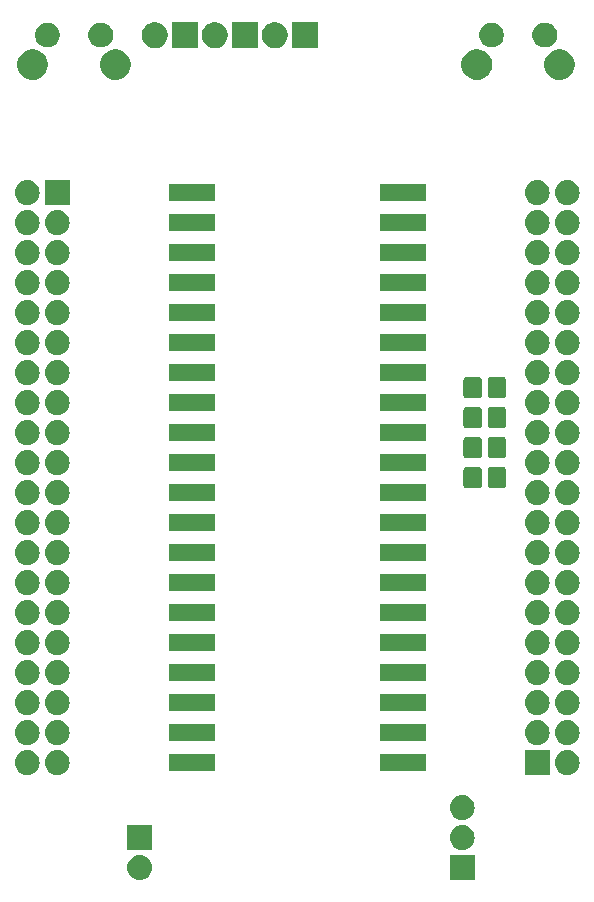
<source format=gbs>
G04 #@! TF.GenerationSoftware,KiCad,Pcbnew,5.1.4-e60b266~84~ubuntu18.04.1*
G04 #@! TF.CreationDate,2019-09-22T15:50:52+01:00*
G04 #@! TF.ProjectId,z80_adapter,7a38305f-6164-4617-9074-65722e6b6963,rev?*
G04 #@! TF.SameCoordinates,PX9fdfbc0PY791ddc0*
G04 #@! TF.FileFunction,Soldermask,Bot*
G04 #@! TF.FilePolarity,Negative*
%FSLAX46Y46*%
G04 Gerber Fmt 4.6, Leading zero omitted, Abs format (unit mm)*
G04 Created by KiCad (PCBNEW 5.1.4-e60b266~84~ubuntu18.04.1) date 2019-09-22 15:50:52*
%MOMM*%
%LPD*%
G04 APERTURE LIST*
%ADD10C,0.100000*%
G04 APERTURE END LIST*
D10*
X48748000Y71795000D02*
G75*
G03X48748000Y71795000I-1143000J0D01*
G01*
X42744000Y74295000D02*
G75*
G03X42744000Y74295000I-889000J0D01*
G01*
X47244000Y74295000D02*
G75*
G03X47244000Y74295000I-889000J0D01*
G01*
X41748000Y71795000D02*
G75*
G03X41748000Y71795000I-1143000J0D01*
G01*
X11147500Y71795000D02*
G75*
G03X11147500Y71795000I-1143000J0D01*
G01*
X5143500Y74295000D02*
G75*
G03X5143500Y74295000I-889000J0D01*
G01*
X9643500Y74295000D02*
G75*
G03X9643500Y74295000I-889000J0D01*
G01*
X4147500Y71795000D02*
G75*
G03X4147500Y71795000I-1143000J0D01*
G01*
G36*
X40420000Y2760000D02*
G01*
X38320000Y2760000D01*
X38320000Y4860000D01*
X40420000Y4860000D01*
X40420000Y2760000D01*
X40420000Y2760000D01*
G37*
G36*
X12193707Y4852404D02*
G01*
X12270836Y4844807D01*
X12468762Y4784767D01*
X12468765Y4784766D01*
X12651170Y4687268D01*
X12811055Y4556055D01*
X12942268Y4396170D01*
X13039766Y4213765D01*
X13039767Y4213762D01*
X13099807Y4015836D01*
X13120080Y3810000D01*
X13099807Y3604164D01*
X13039767Y3406238D01*
X13039766Y3406235D01*
X12942268Y3223830D01*
X12811055Y3063945D01*
X12651170Y2932732D01*
X12468765Y2835234D01*
X12468762Y2835233D01*
X12270836Y2775193D01*
X12193707Y2767596D01*
X12116580Y2760000D01*
X12013420Y2760000D01*
X11936293Y2767596D01*
X11859164Y2775193D01*
X11661238Y2835233D01*
X11661235Y2835234D01*
X11478830Y2932732D01*
X11318945Y3063945D01*
X11187732Y3223830D01*
X11090234Y3406235D01*
X11090233Y3406238D01*
X11030193Y3604164D01*
X11009920Y3810000D01*
X11030193Y4015836D01*
X11090233Y4213762D01*
X11090234Y4213765D01*
X11187732Y4396170D01*
X11318945Y4556055D01*
X11478830Y4687268D01*
X11661235Y4784766D01*
X11661238Y4784767D01*
X11859164Y4844807D01*
X11936293Y4852404D01*
X12013420Y4860000D01*
X12116580Y4860000D01*
X12193707Y4852404D01*
X12193707Y4852404D01*
G37*
G36*
X13115000Y5300000D02*
G01*
X11015000Y5300000D01*
X11015000Y7400000D01*
X13115000Y7400000D01*
X13115000Y5300000D01*
X13115000Y5300000D01*
G37*
G36*
X39498707Y7392404D02*
G01*
X39575836Y7384807D01*
X39773762Y7324767D01*
X39773765Y7324766D01*
X39956170Y7227268D01*
X40116055Y7096055D01*
X40247268Y6936170D01*
X40344766Y6753765D01*
X40344767Y6753762D01*
X40404807Y6555836D01*
X40425080Y6350000D01*
X40404807Y6144164D01*
X40344767Y5946238D01*
X40344766Y5946235D01*
X40247268Y5763830D01*
X40116055Y5603945D01*
X39956170Y5472732D01*
X39773765Y5375234D01*
X39773762Y5375233D01*
X39575836Y5315193D01*
X39498707Y5307596D01*
X39421580Y5300000D01*
X39318420Y5300000D01*
X39241293Y5307596D01*
X39164164Y5315193D01*
X38966238Y5375233D01*
X38966235Y5375234D01*
X38783830Y5472732D01*
X38623945Y5603945D01*
X38492732Y5763830D01*
X38395234Y5946235D01*
X38395233Y5946238D01*
X38335193Y6144164D01*
X38314920Y6350000D01*
X38335193Y6555836D01*
X38395233Y6753762D01*
X38395234Y6753765D01*
X38492732Y6936170D01*
X38623945Y7096055D01*
X38783830Y7227268D01*
X38966235Y7324766D01*
X38966238Y7324767D01*
X39164164Y7384807D01*
X39241293Y7392404D01*
X39318420Y7400000D01*
X39421580Y7400000D01*
X39498707Y7392404D01*
X39498707Y7392404D01*
G37*
G36*
X39498707Y9932404D02*
G01*
X39575836Y9924807D01*
X39773762Y9864767D01*
X39773765Y9864766D01*
X39956170Y9767268D01*
X40116055Y9636055D01*
X40247268Y9476170D01*
X40344766Y9293765D01*
X40344767Y9293762D01*
X40404807Y9095836D01*
X40425080Y8890000D01*
X40404807Y8684164D01*
X40344767Y8486238D01*
X40344766Y8486235D01*
X40247268Y8303830D01*
X40116055Y8143945D01*
X39956170Y8012732D01*
X39773765Y7915234D01*
X39773762Y7915233D01*
X39575836Y7855193D01*
X39498707Y7847597D01*
X39421580Y7840000D01*
X39318420Y7840000D01*
X39241293Y7847597D01*
X39164164Y7855193D01*
X38966238Y7915233D01*
X38966235Y7915234D01*
X38783830Y8012732D01*
X38623945Y8143945D01*
X38492732Y8303830D01*
X38395234Y8486235D01*
X38395233Y8486238D01*
X38335193Y8684164D01*
X38314920Y8890000D01*
X38335193Y9095836D01*
X38395233Y9293762D01*
X38395234Y9293765D01*
X38492732Y9476170D01*
X38623945Y9636055D01*
X38783830Y9767268D01*
X38966235Y9864766D01*
X38966238Y9864767D01*
X39164164Y9924807D01*
X39241293Y9932404D01*
X39318420Y9940000D01*
X39421580Y9940000D01*
X39498707Y9932404D01*
X39498707Y9932404D01*
G37*
G36*
X46770000Y11650000D02*
G01*
X44670000Y11650000D01*
X44670000Y13750000D01*
X46770000Y13750000D01*
X46770000Y11650000D01*
X46770000Y11650000D01*
G37*
G36*
X48388707Y13742404D02*
G01*
X48465836Y13734807D01*
X48663762Y13674767D01*
X48663765Y13674766D01*
X48846170Y13577268D01*
X49006055Y13446055D01*
X49137268Y13286170D01*
X49234766Y13103765D01*
X49234767Y13103762D01*
X49294807Y12905836D01*
X49315080Y12700000D01*
X49294807Y12494164D01*
X49234767Y12296238D01*
X49234766Y12296235D01*
X49137268Y12113830D01*
X49006055Y11953945D01*
X48846170Y11822732D01*
X48663765Y11725234D01*
X48663762Y11725233D01*
X48465836Y11665193D01*
X48388707Y11657597D01*
X48311580Y11650000D01*
X48208420Y11650000D01*
X48131293Y11657597D01*
X48054164Y11665193D01*
X47856238Y11725233D01*
X47856235Y11725234D01*
X47673830Y11822732D01*
X47513945Y11953945D01*
X47382732Y12113830D01*
X47285234Y12296235D01*
X47285233Y12296238D01*
X47225193Y12494164D01*
X47204920Y12700000D01*
X47225193Y12905836D01*
X47285233Y13103762D01*
X47285234Y13103765D01*
X47382732Y13286170D01*
X47513945Y13446055D01*
X47673830Y13577268D01*
X47856235Y13674766D01*
X47856238Y13674767D01*
X48054164Y13734807D01*
X48131293Y13742404D01*
X48208420Y13750000D01*
X48311580Y13750000D01*
X48388707Y13742404D01*
X48388707Y13742404D01*
G37*
G36*
X5208707Y13742404D02*
G01*
X5285836Y13734807D01*
X5483762Y13674767D01*
X5483765Y13674766D01*
X5666170Y13577268D01*
X5826055Y13446055D01*
X5957268Y13286170D01*
X6054766Y13103765D01*
X6054767Y13103762D01*
X6114807Y12905836D01*
X6135080Y12700000D01*
X6114807Y12494164D01*
X6054767Y12296238D01*
X6054766Y12296235D01*
X5957268Y12113830D01*
X5826055Y11953945D01*
X5666170Y11822732D01*
X5483765Y11725234D01*
X5483762Y11725233D01*
X5285836Y11665193D01*
X5208707Y11657597D01*
X5131580Y11650000D01*
X5028420Y11650000D01*
X4951293Y11657597D01*
X4874164Y11665193D01*
X4676238Y11725233D01*
X4676235Y11725234D01*
X4493830Y11822732D01*
X4333945Y11953945D01*
X4202732Y12113830D01*
X4105234Y12296235D01*
X4105233Y12296238D01*
X4045193Y12494164D01*
X4024920Y12700000D01*
X4045193Y12905836D01*
X4105233Y13103762D01*
X4105234Y13103765D01*
X4202732Y13286170D01*
X4333945Y13446055D01*
X4493830Y13577268D01*
X4676235Y13674766D01*
X4676238Y13674767D01*
X4874164Y13734807D01*
X4951293Y13742404D01*
X5028420Y13750000D01*
X5131580Y13750000D01*
X5208707Y13742404D01*
X5208707Y13742404D01*
G37*
G36*
X2668707Y13742404D02*
G01*
X2745836Y13734807D01*
X2943762Y13674767D01*
X2943765Y13674766D01*
X3126170Y13577268D01*
X3286055Y13446055D01*
X3417268Y13286170D01*
X3514766Y13103765D01*
X3514767Y13103762D01*
X3574807Y12905836D01*
X3595080Y12700000D01*
X3574807Y12494164D01*
X3514767Y12296238D01*
X3514766Y12296235D01*
X3417268Y12113830D01*
X3286055Y11953945D01*
X3126170Y11822732D01*
X2943765Y11725234D01*
X2943762Y11725233D01*
X2745836Y11665193D01*
X2668707Y11657597D01*
X2591580Y11650000D01*
X2488420Y11650000D01*
X2411293Y11657597D01*
X2334164Y11665193D01*
X2136238Y11725233D01*
X2136235Y11725234D01*
X1953830Y11822732D01*
X1793945Y11953945D01*
X1662732Y12113830D01*
X1565234Y12296235D01*
X1565233Y12296238D01*
X1505193Y12494164D01*
X1484920Y12700000D01*
X1505193Y12905836D01*
X1565233Y13103762D01*
X1565234Y13103765D01*
X1662732Y13286170D01*
X1793945Y13446055D01*
X1953830Y13577268D01*
X2136235Y13674766D01*
X2136238Y13674767D01*
X2334164Y13734807D01*
X2411293Y13742404D01*
X2488420Y13750000D01*
X2591580Y13750000D01*
X2668707Y13742404D01*
X2668707Y13742404D01*
G37*
G36*
X36270000Y12000000D02*
G01*
X32370000Y12000000D01*
X32370000Y13400000D01*
X36270000Y13400000D01*
X36270000Y12000000D01*
X36270000Y12000000D01*
G37*
G36*
X18430000Y12000000D02*
G01*
X14530000Y12000000D01*
X14530000Y13400000D01*
X18430000Y13400000D01*
X18430000Y12000000D01*
X18430000Y12000000D01*
G37*
G36*
X2668707Y16282404D02*
G01*
X2745836Y16274807D01*
X2943762Y16214767D01*
X2943765Y16214766D01*
X3126170Y16117268D01*
X3286055Y15986055D01*
X3417268Y15826170D01*
X3514766Y15643765D01*
X3514767Y15643762D01*
X3574807Y15445836D01*
X3595080Y15240000D01*
X3574807Y15034164D01*
X3514767Y14836238D01*
X3514766Y14836235D01*
X3417268Y14653830D01*
X3286055Y14493945D01*
X3126170Y14362732D01*
X2943765Y14265234D01*
X2943762Y14265233D01*
X2745836Y14205193D01*
X2668707Y14197597D01*
X2591580Y14190000D01*
X2488420Y14190000D01*
X2411293Y14197597D01*
X2334164Y14205193D01*
X2136238Y14265233D01*
X2136235Y14265234D01*
X1953830Y14362732D01*
X1793945Y14493945D01*
X1662732Y14653830D01*
X1565234Y14836235D01*
X1565233Y14836238D01*
X1505193Y15034164D01*
X1484920Y15240000D01*
X1505193Y15445836D01*
X1565233Y15643762D01*
X1565234Y15643765D01*
X1662732Y15826170D01*
X1793945Y15986055D01*
X1953830Y16117268D01*
X2136235Y16214766D01*
X2136238Y16214767D01*
X2334164Y16274807D01*
X2411293Y16282404D01*
X2488420Y16290000D01*
X2591580Y16290000D01*
X2668707Y16282404D01*
X2668707Y16282404D01*
G37*
G36*
X5208707Y16282404D02*
G01*
X5285836Y16274807D01*
X5483762Y16214767D01*
X5483765Y16214766D01*
X5666170Y16117268D01*
X5826055Y15986055D01*
X5957268Y15826170D01*
X6054766Y15643765D01*
X6054767Y15643762D01*
X6114807Y15445836D01*
X6135080Y15240000D01*
X6114807Y15034164D01*
X6054767Y14836238D01*
X6054766Y14836235D01*
X5957268Y14653830D01*
X5826055Y14493945D01*
X5666170Y14362732D01*
X5483765Y14265234D01*
X5483762Y14265233D01*
X5285836Y14205193D01*
X5208707Y14197597D01*
X5131580Y14190000D01*
X5028420Y14190000D01*
X4951293Y14197597D01*
X4874164Y14205193D01*
X4676238Y14265233D01*
X4676235Y14265234D01*
X4493830Y14362732D01*
X4333945Y14493945D01*
X4202732Y14653830D01*
X4105234Y14836235D01*
X4105233Y14836238D01*
X4045193Y15034164D01*
X4024920Y15240000D01*
X4045193Y15445836D01*
X4105233Y15643762D01*
X4105234Y15643765D01*
X4202732Y15826170D01*
X4333945Y15986055D01*
X4493830Y16117268D01*
X4676235Y16214766D01*
X4676238Y16214767D01*
X4874164Y16274807D01*
X4951293Y16282404D01*
X5028420Y16290000D01*
X5131580Y16290000D01*
X5208707Y16282404D01*
X5208707Y16282404D01*
G37*
G36*
X45848707Y16282404D02*
G01*
X45925836Y16274807D01*
X46123762Y16214767D01*
X46123765Y16214766D01*
X46306170Y16117268D01*
X46466055Y15986055D01*
X46597268Y15826170D01*
X46694766Y15643765D01*
X46694767Y15643762D01*
X46754807Y15445836D01*
X46775080Y15240000D01*
X46754807Y15034164D01*
X46694767Y14836238D01*
X46694766Y14836235D01*
X46597268Y14653830D01*
X46466055Y14493945D01*
X46306170Y14362732D01*
X46123765Y14265234D01*
X46123762Y14265233D01*
X45925836Y14205193D01*
X45848707Y14197597D01*
X45771580Y14190000D01*
X45668420Y14190000D01*
X45591293Y14197597D01*
X45514164Y14205193D01*
X45316238Y14265233D01*
X45316235Y14265234D01*
X45133830Y14362732D01*
X44973945Y14493945D01*
X44842732Y14653830D01*
X44745234Y14836235D01*
X44745233Y14836238D01*
X44685193Y15034164D01*
X44664920Y15240000D01*
X44685193Y15445836D01*
X44745233Y15643762D01*
X44745234Y15643765D01*
X44842732Y15826170D01*
X44973945Y15986055D01*
X45133830Y16117268D01*
X45316235Y16214766D01*
X45316238Y16214767D01*
X45514164Y16274807D01*
X45591293Y16282404D01*
X45668420Y16290000D01*
X45771580Y16290000D01*
X45848707Y16282404D01*
X45848707Y16282404D01*
G37*
G36*
X48388707Y16282404D02*
G01*
X48465836Y16274807D01*
X48663762Y16214767D01*
X48663765Y16214766D01*
X48846170Y16117268D01*
X49006055Y15986055D01*
X49137268Y15826170D01*
X49234766Y15643765D01*
X49234767Y15643762D01*
X49294807Y15445836D01*
X49315080Y15240000D01*
X49294807Y15034164D01*
X49234767Y14836238D01*
X49234766Y14836235D01*
X49137268Y14653830D01*
X49006055Y14493945D01*
X48846170Y14362732D01*
X48663765Y14265234D01*
X48663762Y14265233D01*
X48465836Y14205193D01*
X48388707Y14197597D01*
X48311580Y14190000D01*
X48208420Y14190000D01*
X48131293Y14197597D01*
X48054164Y14205193D01*
X47856238Y14265233D01*
X47856235Y14265234D01*
X47673830Y14362732D01*
X47513945Y14493945D01*
X47382732Y14653830D01*
X47285234Y14836235D01*
X47285233Y14836238D01*
X47225193Y15034164D01*
X47204920Y15240000D01*
X47225193Y15445836D01*
X47285233Y15643762D01*
X47285234Y15643765D01*
X47382732Y15826170D01*
X47513945Y15986055D01*
X47673830Y16117268D01*
X47856235Y16214766D01*
X47856238Y16214767D01*
X48054164Y16274807D01*
X48131293Y16282404D01*
X48208420Y16290000D01*
X48311580Y16290000D01*
X48388707Y16282404D01*
X48388707Y16282404D01*
G37*
G36*
X18430000Y14540000D02*
G01*
X14530000Y14540000D01*
X14530000Y15940000D01*
X18430000Y15940000D01*
X18430000Y14540000D01*
X18430000Y14540000D01*
G37*
G36*
X36270000Y14540000D02*
G01*
X32370000Y14540000D01*
X32370000Y15940000D01*
X36270000Y15940000D01*
X36270000Y14540000D01*
X36270000Y14540000D01*
G37*
G36*
X48388707Y18822403D02*
G01*
X48465836Y18814807D01*
X48663762Y18754767D01*
X48663765Y18754766D01*
X48846170Y18657268D01*
X49006055Y18526055D01*
X49137268Y18366170D01*
X49234766Y18183765D01*
X49234767Y18183762D01*
X49294807Y17985836D01*
X49315080Y17780000D01*
X49294807Y17574164D01*
X49234767Y17376238D01*
X49234766Y17376235D01*
X49137268Y17193830D01*
X49006055Y17033945D01*
X48846170Y16902732D01*
X48663765Y16805234D01*
X48663762Y16805233D01*
X48465836Y16745193D01*
X48388707Y16737596D01*
X48311580Y16730000D01*
X48208420Y16730000D01*
X48131293Y16737596D01*
X48054164Y16745193D01*
X47856238Y16805233D01*
X47856235Y16805234D01*
X47673830Y16902732D01*
X47513945Y17033945D01*
X47382732Y17193830D01*
X47285234Y17376235D01*
X47285233Y17376238D01*
X47225193Y17574164D01*
X47204920Y17780000D01*
X47225193Y17985836D01*
X47285233Y18183762D01*
X47285234Y18183765D01*
X47382732Y18366170D01*
X47513945Y18526055D01*
X47673830Y18657268D01*
X47856235Y18754766D01*
X47856238Y18754767D01*
X48054164Y18814807D01*
X48131293Y18822403D01*
X48208420Y18830000D01*
X48311580Y18830000D01*
X48388707Y18822403D01*
X48388707Y18822403D01*
G37*
G36*
X45848707Y18822403D02*
G01*
X45925836Y18814807D01*
X46123762Y18754767D01*
X46123765Y18754766D01*
X46306170Y18657268D01*
X46466055Y18526055D01*
X46597268Y18366170D01*
X46694766Y18183765D01*
X46694767Y18183762D01*
X46754807Y17985836D01*
X46775080Y17780000D01*
X46754807Y17574164D01*
X46694767Y17376238D01*
X46694766Y17376235D01*
X46597268Y17193830D01*
X46466055Y17033945D01*
X46306170Y16902732D01*
X46123765Y16805234D01*
X46123762Y16805233D01*
X45925836Y16745193D01*
X45848707Y16737596D01*
X45771580Y16730000D01*
X45668420Y16730000D01*
X45591293Y16737596D01*
X45514164Y16745193D01*
X45316238Y16805233D01*
X45316235Y16805234D01*
X45133830Y16902732D01*
X44973945Y17033945D01*
X44842732Y17193830D01*
X44745234Y17376235D01*
X44745233Y17376238D01*
X44685193Y17574164D01*
X44664920Y17780000D01*
X44685193Y17985836D01*
X44745233Y18183762D01*
X44745234Y18183765D01*
X44842732Y18366170D01*
X44973945Y18526055D01*
X45133830Y18657268D01*
X45316235Y18754766D01*
X45316238Y18754767D01*
X45514164Y18814807D01*
X45591293Y18822403D01*
X45668420Y18830000D01*
X45771580Y18830000D01*
X45848707Y18822403D01*
X45848707Y18822403D01*
G37*
G36*
X5208707Y18822403D02*
G01*
X5285836Y18814807D01*
X5483762Y18754767D01*
X5483765Y18754766D01*
X5666170Y18657268D01*
X5826055Y18526055D01*
X5957268Y18366170D01*
X6054766Y18183765D01*
X6054767Y18183762D01*
X6114807Y17985836D01*
X6135080Y17780000D01*
X6114807Y17574164D01*
X6054767Y17376238D01*
X6054766Y17376235D01*
X5957268Y17193830D01*
X5826055Y17033945D01*
X5666170Y16902732D01*
X5483765Y16805234D01*
X5483762Y16805233D01*
X5285836Y16745193D01*
X5208707Y16737596D01*
X5131580Y16730000D01*
X5028420Y16730000D01*
X4951293Y16737596D01*
X4874164Y16745193D01*
X4676238Y16805233D01*
X4676235Y16805234D01*
X4493830Y16902732D01*
X4333945Y17033945D01*
X4202732Y17193830D01*
X4105234Y17376235D01*
X4105233Y17376238D01*
X4045193Y17574164D01*
X4024920Y17780000D01*
X4045193Y17985836D01*
X4105233Y18183762D01*
X4105234Y18183765D01*
X4202732Y18366170D01*
X4333945Y18526055D01*
X4493830Y18657268D01*
X4676235Y18754766D01*
X4676238Y18754767D01*
X4874164Y18814807D01*
X4951293Y18822403D01*
X5028420Y18830000D01*
X5131580Y18830000D01*
X5208707Y18822403D01*
X5208707Y18822403D01*
G37*
G36*
X2668707Y18822403D02*
G01*
X2745836Y18814807D01*
X2943762Y18754767D01*
X2943765Y18754766D01*
X3126170Y18657268D01*
X3286055Y18526055D01*
X3417268Y18366170D01*
X3514766Y18183765D01*
X3514767Y18183762D01*
X3574807Y17985836D01*
X3595080Y17780000D01*
X3574807Y17574164D01*
X3514767Y17376238D01*
X3514766Y17376235D01*
X3417268Y17193830D01*
X3286055Y17033945D01*
X3126170Y16902732D01*
X2943765Y16805234D01*
X2943762Y16805233D01*
X2745836Y16745193D01*
X2668707Y16737596D01*
X2591580Y16730000D01*
X2488420Y16730000D01*
X2411293Y16737596D01*
X2334164Y16745193D01*
X2136238Y16805233D01*
X2136235Y16805234D01*
X1953830Y16902732D01*
X1793945Y17033945D01*
X1662732Y17193830D01*
X1565234Y17376235D01*
X1565233Y17376238D01*
X1505193Y17574164D01*
X1484920Y17780000D01*
X1505193Y17985836D01*
X1565233Y18183762D01*
X1565234Y18183765D01*
X1662732Y18366170D01*
X1793945Y18526055D01*
X1953830Y18657268D01*
X2136235Y18754766D01*
X2136238Y18754767D01*
X2334164Y18814807D01*
X2411293Y18822403D01*
X2488420Y18830000D01*
X2591580Y18830000D01*
X2668707Y18822403D01*
X2668707Y18822403D01*
G37*
G36*
X36270000Y17080000D02*
G01*
X32370000Y17080000D01*
X32370000Y18480000D01*
X36270000Y18480000D01*
X36270000Y17080000D01*
X36270000Y17080000D01*
G37*
G36*
X18430000Y17080000D02*
G01*
X14530000Y17080000D01*
X14530000Y18480000D01*
X18430000Y18480000D01*
X18430000Y17080000D01*
X18430000Y17080000D01*
G37*
G36*
X2668707Y21362404D02*
G01*
X2745836Y21354807D01*
X2943762Y21294767D01*
X2943765Y21294766D01*
X3126170Y21197268D01*
X3286055Y21066055D01*
X3417268Y20906170D01*
X3514766Y20723765D01*
X3514767Y20723762D01*
X3574807Y20525836D01*
X3595080Y20320000D01*
X3574807Y20114164D01*
X3514767Y19916238D01*
X3514766Y19916235D01*
X3417268Y19733830D01*
X3286055Y19573945D01*
X3126170Y19442732D01*
X2943765Y19345234D01*
X2943762Y19345233D01*
X2745836Y19285193D01*
X2668707Y19277596D01*
X2591580Y19270000D01*
X2488420Y19270000D01*
X2411293Y19277596D01*
X2334164Y19285193D01*
X2136238Y19345233D01*
X2136235Y19345234D01*
X1953830Y19442732D01*
X1793945Y19573945D01*
X1662732Y19733830D01*
X1565234Y19916235D01*
X1565233Y19916238D01*
X1505193Y20114164D01*
X1484920Y20320000D01*
X1505193Y20525836D01*
X1565233Y20723762D01*
X1565234Y20723765D01*
X1662732Y20906170D01*
X1793945Y21066055D01*
X1953830Y21197268D01*
X2136235Y21294766D01*
X2136238Y21294767D01*
X2334164Y21354807D01*
X2411293Y21362404D01*
X2488420Y21370000D01*
X2591580Y21370000D01*
X2668707Y21362404D01*
X2668707Y21362404D01*
G37*
G36*
X5208707Y21362404D02*
G01*
X5285836Y21354807D01*
X5483762Y21294767D01*
X5483765Y21294766D01*
X5666170Y21197268D01*
X5826055Y21066055D01*
X5957268Y20906170D01*
X6054766Y20723765D01*
X6054767Y20723762D01*
X6114807Y20525836D01*
X6135080Y20320000D01*
X6114807Y20114164D01*
X6054767Y19916238D01*
X6054766Y19916235D01*
X5957268Y19733830D01*
X5826055Y19573945D01*
X5666170Y19442732D01*
X5483765Y19345234D01*
X5483762Y19345233D01*
X5285836Y19285193D01*
X5208707Y19277596D01*
X5131580Y19270000D01*
X5028420Y19270000D01*
X4951293Y19277596D01*
X4874164Y19285193D01*
X4676238Y19345233D01*
X4676235Y19345234D01*
X4493830Y19442732D01*
X4333945Y19573945D01*
X4202732Y19733830D01*
X4105234Y19916235D01*
X4105233Y19916238D01*
X4045193Y20114164D01*
X4024920Y20320000D01*
X4045193Y20525836D01*
X4105233Y20723762D01*
X4105234Y20723765D01*
X4202732Y20906170D01*
X4333945Y21066055D01*
X4493830Y21197268D01*
X4676235Y21294766D01*
X4676238Y21294767D01*
X4874164Y21354807D01*
X4951293Y21362404D01*
X5028420Y21370000D01*
X5131580Y21370000D01*
X5208707Y21362404D01*
X5208707Y21362404D01*
G37*
G36*
X48388707Y21362404D02*
G01*
X48465836Y21354807D01*
X48663762Y21294767D01*
X48663765Y21294766D01*
X48846170Y21197268D01*
X49006055Y21066055D01*
X49137268Y20906170D01*
X49234766Y20723765D01*
X49234767Y20723762D01*
X49294807Y20525836D01*
X49315080Y20320000D01*
X49294807Y20114164D01*
X49234767Y19916238D01*
X49234766Y19916235D01*
X49137268Y19733830D01*
X49006055Y19573945D01*
X48846170Y19442732D01*
X48663765Y19345234D01*
X48663762Y19345233D01*
X48465836Y19285193D01*
X48388707Y19277596D01*
X48311580Y19270000D01*
X48208420Y19270000D01*
X48131293Y19277596D01*
X48054164Y19285193D01*
X47856238Y19345233D01*
X47856235Y19345234D01*
X47673830Y19442732D01*
X47513945Y19573945D01*
X47382732Y19733830D01*
X47285234Y19916235D01*
X47285233Y19916238D01*
X47225193Y20114164D01*
X47204920Y20320000D01*
X47225193Y20525836D01*
X47285233Y20723762D01*
X47285234Y20723765D01*
X47382732Y20906170D01*
X47513945Y21066055D01*
X47673830Y21197268D01*
X47856235Y21294766D01*
X47856238Y21294767D01*
X48054164Y21354807D01*
X48131293Y21362404D01*
X48208420Y21370000D01*
X48311580Y21370000D01*
X48388707Y21362404D01*
X48388707Y21362404D01*
G37*
G36*
X45848707Y21362404D02*
G01*
X45925836Y21354807D01*
X46123762Y21294767D01*
X46123765Y21294766D01*
X46306170Y21197268D01*
X46466055Y21066055D01*
X46597268Y20906170D01*
X46694766Y20723765D01*
X46694767Y20723762D01*
X46754807Y20525836D01*
X46775080Y20320000D01*
X46754807Y20114164D01*
X46694767Y19916238D01*
X46694766Y19916235D01*
X46597268Y19733830D01*
X46466055Y19573945D01*
X46306170Y19442732D01*
X46123765Y19345234D01*
X46123762Y19345233D01*
X45925836Y19285193D01*
X45848707Y19277596D01*
X45771580Y19270000D01*
X45668420Y19270000D01*
X45591293Y19277596D01*
X45514164Y19285193D01*
X45316238Y19345233D01*
X45316235Y19345234D01*
X45133830Y19442732D01*
X44973945Y19573945D01*
X44842732Y19733830D01*
X44745234Y19916235D01*
X44745233Y19916238D01*
X44685193Y20114164D01*
X44664920Y20320000D01*
X44685193Y20525836D01*
X44745233Y20723762D01*
X44745234Y20723765D01*
X44842732Y20906170D01*
X44973945Y21066055D01*
X45133830Y21197268D01*
X45316235Y21294766D01*
X45316238Y21294767D01*
X45514164Y21354807D01*
X45591293Y21362404D01*
X45668420Y21370000D01*
X45771580Y21370000D01*
X45848707Y21362404D01*
X45848707Y21362404D01*
G37*
G36*
X18430000Y19620000D02*
G01*
X14530000Y19620000D01*
X14530000Y21020000D01*
X18430000Y21020000D01*
X18430000Y19620000D01*
X18430000Y19620000D01*
G37*
G36*
X36270000Y19620000D02*
G01*
X32370000Y19620000D01*
X32370000Y21020000D01*
X36270000Y21020000D01*
X36270000Y19620000D01*
X36270000Y19620000D01*
G37*
G36*
X2668707Y23902404D02*
G01*
X2745836Y23894807D01*
X2943762Y23834767D01*
X2943765Y23834766D01*
X3126170Y23737268D01*
X3286055Y23606055D01*
X3417268Y23446170D01*
X3514766Y23263765D01*
X3514767Y23263762D01*
X3574807Y23065836D01*
X3595080Y22860000D01*
X3574807Y22654164D01*
X3514767Y22456238D01*
X3514766Y22456235D01*
X3417268Y22273830D01*
X3286055Y22113945D01*
X3126170Y21982732D01*
X2943765Y21885234D01*
X2943762Y21885233D01*
X2745836Y21825193D01*
X2668707Y21817597D01*
X2591580Y21810000D01*
X2488420Y21810000D01*
X2411293Y21817596D01*
X2334164Y21825193D01*
X2136238Y21885233D01*
X2136235Y21885234D01*
X1953830Y21982732D01*
X1793945Y22113945D01*
X1662732Y22273830D01*
X1565234Y22456235D01*
X1565233Y22456238D01*
X1505193Y22654164D01*
X1484920Y22860000D01*
X1505193Y23065836D01*
X1565233Y23263762D01*
X1565234Y23263765D01*
X1662732Y23446170D01*
X1793945Y23606055D01*
X1953830Y23737268D01*
X2136235Y23834766D01*
X2136238Y23834767D01*
X2334164Y23894807D01*
X2411293Y23902404D01*
X2488420Y23910000D01*
X2591580Y23910000D01*
X2668707Y23902404D01*
X2668707Y23902404D01*
G37*
G36*
X5208707Y23902404D02*
G01*
X5285836Y23894807D01*
X5483762Y23834767D01*
X5483765Y23834766D01*
X5666170Y23737268D01*
X5826055Y23606055D01*
X5957268Y23446170D01*
X6054766Y23263765D01*
X6054767Y23263762D01*
X6114807Y23065836D01*
X6135080Y22860000D01*
X6114807Y22654164D01*
X6054767Y22456238D01*
X6054766Y22456235D01*
X5957268Y22273830D01*
X5826055Y22113945D01*
X5666170Y21982732D01*
X5483765Y21885234D01*
X5483762Y21885233D01*
X5285836Y21825193D01*
X5208707Y21817597D01*
X5131580Y21810000D01*
X5028420Y21810000D01*
X4951293Y21817596D01*
X4874164Y21825193D01*
X4676238Y21885233D01*
X4676235Y21885234D01*
X4493830Y21982732D01*
X4333945Y22113945D01*
X4202732Y22273830D01*
X4105234Y22456235D01*
X4105233Y22456238D01*
X4045193Y22654164D01*
X4024920Y22860000D01*
X4045193Y23065836D01*
X4105233Y23263762D01*
X4105234Y23263765D01*
X4202732Y23446170D01*
X4333945Y23606055D01*
X4493830Y23737268D01*
X4676235Y23834766D01*
X4676238Y23834767D01*
X4874164Y23894807D01*
X4951293Y23902404D01*
X5028420Y23910000D01*
X5131580Y23910000D01*
X5208707Y23902404D01*
X5208707Y23902404D01*
G37*
G36*
X48388707Y23902404D02*
G01*
X48465836Y23894807D01*
X48663762Y23834767D01*
X48663765Y23834766D01*
X48846170Y23737268D01*
X49006055Y23606055D01*
X49137268Y23446170D01*
X49234766Y23263765D01*
X49234767Y23263762D01*
X49294807Y23065836D01*
X49315080Y22860000D01*
X49294807Y22654164D01*
X49234767Y22456238D01*
X49234766Y22456235D01*
X49137268Y22273830D01*
X49006055Y22113945D01*
X48846170Y21982732D01*
X48663765Y21885234D01*
X48663762Y21885233D01*
X48465836Y21825193D01*
X48388707Y21817597D01*
X48311580Y21810000D01*
X48208420Y21810000D01*
X48131293Y21817596D01*
X48054164Y21825193D01*
X47856238Y21885233D01*
X47856235Y21885234D01*
X47673830Y21982732D01*
X47513945Y22113945D01*
X47382732Y22273830D01*
X47285234Y22456235D01*
X47285233Y22456238D01*
X47225193Y22654164D01*
X47204920Y22860000D01*
X47225193Y23065836D01*
X47285233Y23263762D01*
X47285234Y23263765D01*
X47382732Y23446170D01*
X47513945Y23606055D01*
X47673830Y23737268D01*
X47856235Y23834766D01*
X47856238Y23834767D01*
X48054164Y23894807D01*
X48131293Y23902404D01*
X48208420Y23910000D01*
X48311580Y23910000D01*
X48388707Y23902404D01*
X48388707Y23902404D01*
G37*
G36*
X45848707Y23902404D02*
G01*
X45925836Y23894807D01*
X46123762Y23834767D01*
X46123765Y23834766D01*
X46306170Y23737268D01*
X46466055Y23606055D01*
X46597268Y23446170D01*
X46694766Y23263765D01*
X46694767Y23263762D01*
X46754807Y23065836D01*
X46775080Y22860000D01*
X46754807Y22654164D01*
X46694767Y22456238D01*
X46694766Y22456235D01*
X46597268Y22273830D01*
X46466055Y22113945D01*
X46306170Y21982732D01*
X46123765Y21885234D01*
X46123762Y21885233D01*
X45925836Y21825193D01*
X45848707Y21817597D01*
X45771580Y21810000D01*
X45668420Y21810000D01*
X45591293Y21817596D01*
X45514164Y21825193D01*
X45316238Y21885233D01*
X45316235Y21885234D01*
X45133830Y21982732D01*
X44973945Y22113945D01*
X44842732Y22273830D01*
X44745234Y22456235D01*
X44745233Y22456238D01*
X44685193Y22654164D01*
X44664920Y22860000D01*
X44685193Y23065836D01*
X44745233Y23263762D01*
X44745234Y23263765D01*
X44842732Y23446170D01*
X44973945Y23606055D01*
X45133830Y23737268D01*
X45316235Y23834766D01*
X45316238Y23834767D01*
X45514164Y23894807D01*
X45591293Y23902404D01*
X45668420Y23910000D01*
X45771580Y23910000D01*
X45848707Y23902404D01*
X45848707Y23902404D01*
G37*
G36*
X18430000Y22160000D02*
G01*
X14530000Y22160000D01*
X14530000Y23560000D01*
X18430000Y23560000D01*
X18430000Y22160000D01*
X18430000Y22160000D01*
G37*
G36*
X36270000Y22160000D02*
G01*
X32370000Y22160000D01*
X32370000Y23560000D01*
X36270000Y23560000D01*
X36270000Y22160000D01*
X36270000Y22160000D01*
G37*
G36*
X48388707Y26442403D02*
G01*
X48465836Y26434807D01*
X48663762Y26374767D01*
X48663765Y26374766D01*
X48846170Y26277268D01*
X49006055Y26146055D01*
X49137268Y25986170D01*
X49234766Y25803765D01*
X49234767Y25803762D01*
X49294807Y25605836D01*
X49315080Y25400000D01*
X49294807Y25194164D01*
X49234767Y24996238D01*
X49234766Y24996235D01*
X49137268Y24813830D01*
X49006055Y24653945D01*
X48846170Y24522732D01*
X48663765Y24425234D01*
X48663762Y24425233D01*
X48465836Y24365193D01*
X48388707Y24357596D01*
X48311580Y24350000D01*
X48208420Y24350000D01*
X48131293Y24357596D01*
X48054164Y24365193D01*
X47856238Y24425233D01*
X47856235Y24425234D01*
X47673830Y24522732D01*
X47513945Y24653945D01*
X47382732Y24813830D01*
X47285234Y24996235D01*
X47285233Y24996238D01*
X47225193Y25194164D01*
X47204920Y25400000D01*
X47225193Y25605836D01*
X47285233Y25803762D01*
X47285234Y25803765D01*
X47382732Y25986170D01*
X47513945Y26146055D01*
X47673830Y26277268D01*
X47856235Y26374766D01*
X47856238Y26374767D01*
X48054164Y26434807D01*
X48131293Y26442403D01*
X48208420Y26450000D01*
X48311580Y26450000D01*
X48388707Y26442403D01*
X48388707Y26442403D01*
G37*
G36*
X45848707Y26442403D02*
G01*
X45925836Y26434807D01*
X46123762Y26374767D01*
X46123765Y26374766D01*
X46306170Y26277268D01*
X46466055Y26146055D01*
X46597268Y25986170D01*
X46694766Y25803765D01*
X46694767Y25803762D01*
X46754807Y25605836D01*
X46775080Y25400000D01*
X46754807Y25194164D01*
X46694767Y24996238D01*
X46694766Y24996235D01*
X46597268Y24813830D01*
X46466055Y24653945D01*
X46306170Y24522732D01*
X46123765Y24425234D01*
X46123762Y24425233D01*
X45925836Y24365193D01*
X45848707Y24357596D01*
X45771580Y24350000D01*
X45668420Y24350000D01*
X45591293Y24357596D01*
X45514164Y24365193D01*
X45316238Y24425233D01*
X45316235Y24425234D01*
X45133830Y24522732D01*
X44973945Y24653945D01*
X44842732Y24813830D01*
X44745234Y24996235D01*
X44745233Y24996238D01*
X44685193Y25194164D01*
X44664920Y25400000D01*
X44685193Y25605836D01*
X44745233Y25803762D01*
X44745234Y25803765D01*
X44842732Y25986170D01*
X44973945Y26146055D01*
X45133830Y26277268D01*
X45316235Y26374766D01*
X45316238Y26374767D01*
X45514164Y26434807D01*
X45591293Y26442403D01*
X45668420Y26450000D01*
X45771580Y26450000D01*
X45848707Y26442403D01*
X45848707Y26442403D01*
G37*
G36*
X5208707Y26442403D02*
G01*
X5285836Y26434807D01*
X5483762Y26374767D01*
X5483765Y26374766D01*
X5666170Y26277268D01*
X5826055Y26146055D01*
X5957268Y25986170D01*
X6054766Y25803765D01*
X6054767Y25803762D01*
X6114807Y25605836D01*
X6135080Y25400000D01*
X6114807Y25194164D01*
X6054767Y24996238D01*
X6054766Y24996235D01*
X5957268Y24813830D01*
X5826055Y24653945D01*
X5666170Y24522732D01*
X5483765Y24425234D01*
X5483762Y24425233D01*
X5285836Y24365193D01*
X5208707Y24357596D01*
X5131580Y24350000D01*
X5028420Y24350000D01*
X4951293Y24357596D01*
X4874164Y24365193D01*
X4676238Y24425233D01*
X4676235Y24425234D01*
X4493830Y24522732D01*
X4333945Y24653945D01*
X4202732Y24813830D01*
X4105234Y24996235D01*
X4105233Y24996238D01*
X4045193Y25194164D01*
X4024920Y25400000D01*
X4045193Y25605836D01*
X4105233Y25803762D01*
X4105234Y25803765D01*
X4202732Y25986170D01*
X4333945Y26146055D01*
X4493830Y26277268D01*
X4676235Y26374766D01*
X4676238Y26374767D01*
X4874164Y26434807D01*
X4951293Y26442403D01*
X5028420Y26450000D01*
X5131580Y26450000D01*
X5208707Y26442403D01*
X5208707Y26442403D01*
G37*
G36*
X2668707Y26442403D02*
G01*
X2745836Y26434807D01*
X2943762Y26374767D01*
X2943765Y26374766D01*
X3126170Y26277268D01*
X3286055Y26146055D01*
X3417268Y25986170D01*
X3514766Y25803765D01*
X3514767Y25803762D01*
X3574807Y25605836D01*
X3595080Y25400000D01*
X3574807Y25194164D01*
X3514767Y24996238D01*
X3514766Y24996235D01*
X3417268Y24813830D01*
X3286055Y24653945D01*
X3126170Y24522732D01*
X2943765Y24425234D01*
X2943762Y24425233D01*
X2745836Y24365193D01*
X2668707Y24357596D01*
X2591580Y24350000D01*
X2488420Y24350000D01*
X2411293Y24357596D01*
X2334164Y24365193D01*
X2136238Y24425233D01*
X2136235Y24425234D01*
X1953830Y24522732D01*
X1793945Y24653945D01*
X1662732Y24813830D01*
X1565234Y24996235D01*
X1565233Y24996238D01*
X1505193Y25194164D01*
X1484920Y25400000D01*
X1505193Y25605836D01*
X1565233Y25803762D01*
X1565234Y25803765D01*
X1662732Y25986170D01*
X1793945Y26146055D01*
X1953830Y26277268D01*
X2136235Y26374766D01*
X2136238Y26374767D01*
X2334164Y26434807D01*
X2411293Y26442403D01*
X2488420Y26450000D01*
X2591580Y26450000D01*
X2668707Y26442403D01*
X2668707Y26442403D01*
G37*
G36*
X36270000Y24700000D02*
G01*
X32370000Y24700000D01*
X32370000Y26100000D01*
X36270000Y26100000D01*
X36270000Y24700000D01*
X36270000Y24700000D01*
G37*
G36*
X18430000Y24700000D02*
G01*
X14530000Y24700000D01*
X14530000Y26100000D01*
X18430000Y26100000D01*
X18430000Y24700000D01*
X18430000Y24700000D01*
G37*
G36*
X45848707Y28982404D02*
G01*
X45925836Y28974807D01*
X46123762Y28914767D01*
X46123765Y28914766D01*
X46306170Y28817268D01*
X46466055Y28686055D01*
X46597268Y28526170D01*
X46694766Y28343765D01*
X46694767Y28343762D01*
X46754807Y28145836D01*
X46775080Y27940000D01*
X46754807Y27734164D01*
X46694767Y27536238D01*
X46694766Y27536235D01*
X46597268Y27353830D01*
X46466055Y27193945D01*
X46306170Y27062732D01*
X46123765Y26965234D01*
X46123762Y26965233D01*
X45925836Y26905193D01*
X45848707Y26897597D01*
X45771580Y26890000D01*
X45668420Y26890000D01*
X45591293Y26897597D01*
X45514164Y26905193D01*
X45316238Y26965233D01*
X45316235Y26965234D01*
X45133830Y27062732D01*
X44973945Y27193945D01*
X44842732Y27353830D01*
X44745234Y27536235D01*
X44745233Y27536238D01*
X44685193Y27734164D01*
X44664920Y27940000D01*
X44685193Y28145836D01*
X44745233Y28343762D01*
X44745234Y28343765D01*
X44842732Y28526170D01*
X44973945Y28686055D01*
X45133830Y28817268D01*
X45316235Y28914766D01*
X45316238Y28914767D01*
X45514164Y28974807D01*
X45591293Y28982404D01*
X45668420Y28990000D01*
X45771580Y28990000D01*
X45848707Y28982404D01*
X45848707Y28982404D01*
G37*
G36*
X5208707Y28982404D02*
G01*
X5285836Y28974807D01*
X5483762Y28914767D01*
X5483765Y28914766D01*
X5666170Y28817268D01*
X5826055Y28686055D01*
X5957268Y28526170D01*
X6054766Y28343765D01*
X6054767Y28343762D01*
X6114807Y28145836D01*
X6135080Y27940000D01*
X6114807Y27734164D01*
X6054767Y27536238D01*
X6054766Y27536235D01*
X5957268Y27353830D01*
X5826055Y27193945D01*
X5666170Y27062732D01*
X5483765Y26965234D01*
X5483762Y26965233D01*
X5285836Y26905193D01*
X5208707Y26897597D01*
X5131580Y26890000D01*
X5028420Y26890000D01*
X4951293Y26897597D01*
X4874164Y26905193D01*
X4676238Y26965233D01*
X4676235Y26965234D01*
X4493830Y27062732D01*
X4333945Y27193945D01*
X4202732Y27353830D01*
X4105234Y27536235D01*
X4105233Y27536238D01*
X4045193Y27734164D01*
X4024920Y27940000D01*
X4045193Y28145836D01*
X4105233Y28343762D01*
X4105234Y28343765D01*
X4202732Y28526170D01*
X4333945Y28686055D01*
X4493830Y28817268D01*
X4676235Y28914766D01*
X4676238Y28914767D01*
X4874164Y28974807D01*
X4951293Y28982404D01*
X5028420Y28990000D01*
X5131580Y28990000D01*
X5208707Y28982404D01*
X5208707Y28982404D01*
G37*
G36*
X2668707Y28982404D02*
G01*
X2745836Y28974807D01*
X2943762Y28914767D01*
X2943765Y28914766D01*
X3126170Y28817268D01*
X3286055Y28686055D01*
X3417268Y28526170D01*
X3514766Y28343765D01*
X3514767Y28343762D01*
X3574807Y28145836D01*
X3595080Y27940000D01*
X3574807Y27734164D01*
X3514767Y27536238D01*
X3514766Y27536235D01*
X3417268Y27353830D01*
X3286055Y27193945D01*
X3126170Y27062732D01*
X2943765Y26965234D01*
X2943762Y26965233D01*
X2745836Y26905193D01*
X2668707Y26897597D01*
X2591580Y26890000D01*
X2488420Y26890000D01*
X2411293Y26897597D01*
X2334164Y26905193D01*
X2136238Y26965233D01*
X2136235Y26965234D01*
X1953830Y27062732D01*
X1793945Y27193945D01*
X1662732Y27353830D01*
X1565234Y27536235D01*
X1565233Y27536238D01*
X1505193Y27734164D01*
X1484920Y27940000D01*
X1505193Y28145836D01*
X1565233Y28343762D01*
X1565234Y28343765D01*
X1662732Y28526170D01*
X1793945Y28686055D01*
X1953830Y28817268D01*
X2136235Y28914766D01*
X2136238Y28914767D01*
X2334164Y28974807D01*
X2411293Y28982404D01*
X2488420Y28990000D01*
X2591580Y28990000D01*
X2668707Y28982404D01*
X2668707Y28982404D01*
G37*
G36*
X48388707Y28982404D02*
G01*
X48465836Y28974807D01*
X48663762Y28914767D01*
X48663765Y28914766D01*
X48846170Y28817268D01*
X49006055Y28686055D01*
X49137268Y28526170D01*
X49234766Y28343765D01*
X49234767Y28343762D01*
X49294807Y28145836D01*
X49315080Y27940000D01*
X49294807Y27734164D01*
X49234767Y27536238D01*
X49234766Y27536235D01*
X49137268Y27353830D01*
X49006055Y27193945D01*
X48846170Y27062732D01*
X48663765Y26965234D01*
X48663762Y26965233D01*
X48465836Y26905193D01*
X48388707Y26897597D01*
X48311580Y26890000D01*
X48208420Y26890000D01*
X48131293Y26897597D01*
X48054164Y26905193D01*
X47856238Y26965233D01*
X47856235Y26965234D01*
X47673830Y27062732D01*
X47513945Y27193945D01*
X47382732Y27353830D01*
X47285234Y27536235D01*
X47285233Y27536238D01*
X47225193Y27734164D01*
X47204920Y27940000D01*
X47225193Y28145836D01*
X47285233Y28343762D01*
X47285234Y28343765D01*
X47382732Y28526170D01*
X47513945Y28686055D01*
X47673830Y28817268D01*
X47856235Y28914766D01*
X47856238Y28914767D01*
X48054164Y28974807D01*
X48131293Y28982404D01*
X48208420Y28990000D01*
X48311580Y28990000D01*
X48388707Y28982404D01*
X48388707Y28982404D01*
G37*
G36*
X18430000Y27240000D02*
G01*
X14530000Y27240000D01*
X14530000Y28640000D01*
X18430000Y28640000D01*
X18430000Y27240000D01*
X18430000Y27240000D01*
G37*
G36*
X36270000Y27240000D02*
G01*
X32370000Y27240000D01*
X32370000Y28640000D01*
X36270000Y28640000D01*
X36270000Y27240000D01*
X36270000Y27240000D01*
G37*
G36*
X48388707Y31522403D02*
G01*
X48465836Y31514807D01*
X48663762Y31454767D01*
X48663765Y31454766D01*
X48846170Y31357268D01*
X49006055Y31226055D01*
X49137268Y31066170D01*
X49234766Y30883765D01*
X49234767Y30883762D01*
X49294807Y30685836D01*
X49315080Y30480000D01*
X49294807Y30274164D01*
X49234767Y30076238D01*
X49234766Y30076235D01*
X49137268Y29893830D01*
X49006055Y29733945D01*
X48846170Y29602732D01*
X48663765Y29505234D01*
X48663762Y29505233D01*
X48465836Y29445193D01*
X48388707Y29437597D01*
X48311580Y29430000D01*
X48208420Y29430000D01*
X48131293Y29437597D01*
X48054164Y29445193D01*
X47856238Y29505233D01*
X47856235Y29505234D01*
X47673830Y29602732D01*
X47513945Y29733945D01*
X47382732Y29893830D01*
X47285234Y30076235D01*
X47285233Y30076238D01*
X47225193Y30274164D01*
X47204920Y30480000D01*
X47225193Y30685836D01*
X47285233Y30883762D01*
X47285234Y30883765D01*
X47382732Y31066170D01*
X47513945Y31226055D01*
X47673830Y31357268D01*
X47856235Y31454766D01*
X47856238Y31454767D01*
X48054164Y31514807D01*
X48131293Y31522403D01*
X48208420Y31530000D01*
X48311580Y31530000D01*
X48388707Y31522403D01*
X48388707Y31522403D01*
G37*
G36*
X2668707Y31522403D02*
G01*
X2745836Y31514807D01*
X2943762Y31454767D01*
X2943765Y31454766D01*
X3126170Y31357268D01*
X3286055Y31226055D01*
X3417268Y31066170D01*
X3514766Y30883765D01*
X3514767Y30883762D01*
X3574807Y30685836D01*
X3595080Y30480000D01*
X3574807Y30274164D01*
X3514767Y30076238D01*
X3514766Y30076235D01*
X3417268Y29893830D01*
X3286055Y29733945D01*
X3126170Y29602732D01*
X2943765Y29505234D01*
X2943762Y29505233D01*
X2745836Y29445193D01*
X2668707Y29437597D01*
X2591580Y29430000D01*
X2488420Y29430000D01*
X2411293Y29437597D01*
X2334164Y29445193D01*
X2136238Y29505233D01*
X2136235Y29505234D01*
X1953830Y29602732D01*
X1793945Y29733945D01*
X1662732Y29893830D01*
X1565234Y30076235D01*
X1565233Y30076238D01*
X1505193Y30274164D01*
X1484920Y30480000D01*
X1505193Y30685836D01*
X1565233Y30883762D01*
X1565234Y30883765D01*
X1662732Y31066170D01*
X1793945Y31226055D01*
X1953830Y31357268D01*
X2136235Y31454766D01*
X2136238Y31454767D01*
X2334164Y31514807D01*
X2411293Y31522403D01*
X2488420Y31530000D01*
X2591580Y31530000D01*
X2668707Y31522403D01*
X2668707Y31522403D01*
G37*
G36*
X5208707Y31522403D02*
G01*
X5285836Y31514807D01*
X5483762Y31454767D01*
X5483765Y31454766D01*
X5666170Y31357268D01*
X5826055Y31226055D01*
X5957268Y31066170D01*
X6054766Y30883765D01*
X6054767Y30883762D01*
X6114807Y30685836D01*
X6135080Y30480000D01*
X6114807Y30274164D01*
X6054767Y30076238D01*
X6054766Y30076235D01*
X5957268Y29893830D01*
X5826055Y29733945D01*
X5666170Y29602732D01*
X5483765Y29505234D01*
X5483762Y29505233D01*
X5285836Y29445193D01*
X5208707Y29437597D01*
X5131580Y29430000D01*
X5028420Y29430000D01*
X4951293Y29437597D01*
X4874164Y29445193D01*
X4676238Y29505233D01*
X4676235Y29505234D01*
X4493830Y29602732D01*
X4333945Y29733945D01*
X4202732Y29893830D01*
X4105234Y30076235D01*
X4105233Y30076238D01*
X4045193Y30274164D01*
X4024920Y30480000D01*
X4045193Y30685836D01*
X4105233Y30883762D01*
X4105234Y30883765D01*
X4202732Y31066170D01*
X4333945Y31226055D01*
X4493830Y31357268D01*
X4676235Y31454766D01*
X4676238Y31454767D01*
X4874164Y31514807D01*
X4951293Y31522403D01*
X5028420Y31530000D01*
X5131580Y31530000D01*
X5208707Y31522403D01*
X5208707Y31522403D01*
G37*
G36*
X45848707Y31522403D02*
G01*
X45925836Y31514807D01*
X46123762Y31454767D01*
X46123765Y31454766D01*
X46306170Y31357268D01*
X46466055Y31226055D01*
X46597268Y31066170D01*
X46694766Y30883765D01*
X46694767Y30883762D01*
X46754807Y30685836D01*
X46775080Y30480000D01*
X46754807Y30274164D01*
X46694767Y30076238D01*
X46694766Y30076235D01*
X46597268Y29893830D01*
X46466055Y29733945D01*
X46306170Y29602732D01*
X46123765Y29505234D01*
X46123762Y29505233D01*
X45925836Y29445193D01*
X45848707Y29437597D01*
X45771580Y29430000D01*
X45668420Y29430000D01*
X45591293Y29437597D01*
X45514164Y29445193D01*
X45316238Y29505233D01*
X45316235Y29505234D01*
X45133830Y29602732D01*
X44973945Y29733945D01*
X44842732Y29893830D01*
X44745234Y30076235D01*
X44745233Y30076238D01*
X44685193Y30274164D01*
X44664920Y30480000D01*
X44685193Y30685836D01*
X44745233Y30883762D01*
X44745234Y30883765D01*
X44842732Y31066170D01*
X44973945Y31226055D01*
X45133830Y31357268D01*
X45316235Y31454766D01*
X45316238Y31454767D01*
X45514164Y31514807D01*
X45591293Y31522403D01*
X45668420Y31530000D01*
X45771580Y31530000D01*
X45848707Y31522403D01*
X45848707Y31522403D01*
G37*
G36*
X36270000Y29780000D02*
G01*
X32370000Y29780000D01*
X32370000Y31180000D01*
X36270000Y31180000D01*
X36270000Y29780000D01*
X36270000Y29780000D01*
G37*
G36*
X18430000Y29780000D02*
G01*
X14530000Y29780000D01*
X14530000Y31180000D01*
X18430000Y31180000D01*
X18430000Y29780000D01*
X18430000Y29780000D01*
G37*
G36*
X2668707Y34062404D02*
G01*
X2745836Y34054807D01*
X2943762Y33994767D01*
X2943765Y33994766D01*
X3126170Y33897268D01*
X3286055Y33766055D01*
X3417268Y33606170D01*
X3514766Y33423765D01*
X3514767Y33423762D01*
X3574807Y33225836D01*
X3595080Y33020000D01*
X3574807Y32814164D01*
X3514767Y32616238D01*
X3514766Y32616235D01*
X3417268Y32433830D01*
X3286055Y32273945D01*
X3126170Y32142732D01*
X2943765Y32045234D01*
X2943762Y32045233D01*
X2745836Y31985193D01*
X2668707Y31977597D01*
X2591580Y31970000D01*
X2488420Y31970000D01*
X2411293Y31977597D01*
X2334164Y31985193D01*
X2136238Y32045233D01*
X2136235Y32045234D01*
X1953830Y32142732D01*
X1793945Y32273945D01*
X1662732Y32433830D01*
X1565234Y32616235D01*
X1565233Y32616238D01*
X1505193Y32814164D01*
X1484920Y33020000D01*
X1505193Y33225836D01*
X1565233Y33423762D01*
X1565234Y33423765D01*
X1662732Y33606170D01*
X1793945Y33766055D01*
X1953830Y33897268D01*
X2136235Y33994766D01*
X2136238Y33994767D01*
X2334164Y34054807D01*
X2411293Y34062404D01*
X2488420Y34070000D01*
X2591580Y34070000D01*
X2668707Y34062404D01*
X2668707Y34062404D01*
G37*
G36*
X5208707Y34062404D02*
G01*
X5285836Y34054807D01*
X5483762Y33994767D01*
X5483765Y33994766D01*
X5666170Y33897268D01*
X5826055Y33766055D01*
X5957268Y33606170D01*
X6054766Y33423765D01*
X6054767Y33423762D01*
X6114807Y33225836D01*
X6135080Y33020000D01*
X6114807Y32814164D01*
X6054767Y32616238D01*
X6054766Y32616235D01*
X5957268Y32433830D01*
X5826055Y32273945D01*
X5666170Y32142732D01*
X5483765Y32045234D01*
X5483762Y32045233D01*
X5285836Y31985193D01*
X5208707Y31977597D01*
X5131580Y31970000D01*
X5028420Y31970000D01*
X4951293Y31977597D01*
X4874164Y31985193D01*
X4676238Y32045233D01*
X4676235Y32045234D01*
X4493830Y32142732D01*
X4333945Y32273945D01*
X4202732Y32433830D01*
X4105234Y32616235D01*
X4105233Y32616238D01*
X4045193Y32814164D01*
X4024920Y33020000D01*
X4045193Y33225836D01*
X4105233Y33423762D01*
X4105234Y33423765D01*
X4202732Y33606170D01*
X4333945Y33766055D01*
X4493830Y33897268D01*
X4676235Y33994766D01*
X4676238Y33994767D01*
X4874164Y34054807D01*
X4951293Y34062404D01*
X5028420Y34070000D01*
X5131580Y34070000D01*
X5208707Y34062404D01*
X5208707Y34062404D01*
G37*
G36*
X45848707Y34062404D02*
G01*
X45925836Y34054807D01*
X46123762Y33994767D01*
X46123765Y33994766D01*
X46306170Y33897268D01*
X46466055Y33766055D01*
X46597268Y33606170D01*
X46694766Y33423765D01*
X46694767Y33423762D01*
X46754807Y33225836D01*
X46775080Y33020000D01*
X46754807Y32814164D01*
X46694767Y32616238D01*
X46694766Y32616235D01*
X46597268Y32433830D01*
X46466055Y32273945D01*
X46306170Y32142732D01*
X46123765Y32045234D01*
X46123762Y32045233D01*
X45925836Y31985193D01*
X45848707Y31977597D01*
X45771580Y31970000D01*
X45668420Y31970000D01*
X45591293Y31977597D01*
X45514164Y31985193D01*
X45316238Y32045233D01*
X45316235Y32045234D01*
X45133830Y32142732D01*
X44973945Y32273945D01*
X44842732Y32433830D01*
X44745234Y32616235D01*
X44745233Y32616238D01*
X44685193Y32814164D01*
X44664920Y33020000D01*
X44685193Y33225836D01*
X44745233Y33423762D01*
X44745234Y33423765D01*
X44842732Y33606170D01*
X44973945Y33766055D01*
X45133830Y33897268D01*
X45316235Y33994766D01*
X45316238Y33994767D01*
X45514164Y34054807D01*
X45591293Y34062404D01*
X45668420Y34070000D01*
X45771580Y34070000D01*
X45848707Y34062404D01*
X45848707Y34062404D01*
G37*
G36*
X48388707Y34062404D02*
G01*
X48465836Y34054807D01*
X48663762Y33994767D01*
X48663765Y33994766D01*
X48846170Y33897268D01*
X49006055Y33766055D01*
X49137268Y33606170D01*
X49234766Y33423765D01*
X49234767Y33423762D01*
X49294807Y33225836D01*
X49315080Y33020000D01*
X49294807Y32814164D01*
X49234767Y32616238D01*
X49234766Y32616235D01*
X49137268Y32433830D01*
X49006055Y32273945D01*
X48846170Y32142732D01*
X48663765Y32045234D01*
X48663762Y32045233D01*
X48465836Y31985193D01*
X48388707Y31977597D01*
X48311580Y31970000D01*
X48208420Y31970000D01*
X48131293Y31977597D01*
X48054164Y31985193D01*
X47856238Y32045233D01*
X47856235Y32045234D01*
X47673830Y32142732D01*
X47513945Y32273945D01*
X47382732Y32433830D01*
X47285234Y32616235D01*
X47285233Y32616238D01*
X47225193Y32814164D01*
X47204920Y33020000D01*
X47225193Y33225836D01*
X47285233Y33423762D01*
X47285234Y33423765D01*
X47382732Y33606170D01*
X47513945Y33766055D01*
X47673830Y33897268D01*
X47856235Y33994766D01*
X47856238Y33994767D01*
X48054164Y34054807D01*
X48131293Y34062404D01*
X48208420Y34070000D01*
X48311580Y34070000D01*
X48388707Y34062404D01*
X48388707Y34062404D01*
G37*
G36*
X36270000Y32320000D02*
G01*
X32370000Y32320000D01*
X32370000Y33720000D01*
X36270000Y33720000D01*
X36270000Y32320000D01*
X36270000Y32320000D01*
G37*
G36*
X18430000Y32320000D02*
G01*
X14530000Y32320000D01*
X14530000Y33720000D01*
X18430000Y33720000D01*
X18430000Y32320000D01*
X18430000Y32320000D01*
G37*
G36*
X2668707Y36602403D02*
G01*
X2745836Y36594807D01*
X2943762Y36534767D01*
X2943765Y36534766D01*
X3126170Y36437268D01*
X3286055Y36306055D01*
X3417268Y36146170D01*
X3514766Y35963765D01*
X3514767Y35963762D01*
X3574807Y35765836D01*
X3595080Y35560000D01*
X3574807Y35354164D01*
X3514767Y35156238D01*
X3514766Y35156235D01*
X3417268Y34973830D01*
X3286055Y34813945D01*
X3126170Y34682732D01*
X2943765Y34585234D01*
X2943762Y34585233D01*
X2745836Y34525193D01*
X2668707Y34517597D01*
X2591580Y34510000D01*
X2488420Y34510000D01*
X2411293Y34517596D01*
X2334164Y34525193D01*
X2136238Y34585233D01*
X2136235Y34585234D01*
X1953830Y34682732D01*
X1793945Y34813945D01*
X1662732Y34973830D01*
X1565234Y35156235D01*
X1565233Y35156238D01*
X1505193Y35354164D01*
X1484920Y35560000D01*
X1505193Y35765836D01*
X1565233Y35963762D01*
X1565234Y35963765D01*
X1662732Y36146170D01*
X1793945Y36306055D01*
X1953830Y36437268D01*
X2136235Y36534766D01*
X2136238Y36534767D01*
X2334164Y36594807D01*
X2411293Y36602403D01*
X2488420Y36610000D01*
X2591580Y36610000D01*
X2668707Y36602403D01*
X2668707Y36602403D01*
G37*
G36*
X5208707Y36602403D02*
G01*
X5285836Y36594807D01*
X5483762Y36534767D01*
X5483765Y36534766D01*
X5666170Y36437268D01*
X5826055Y36306055D01*
X5957268Y36146170D01*
X6054766Y35963765D01*
X6054767Y35963762D01*
X6114807Y35765836D01*
X6135080Y35560000D01*
X6114807Y35354164D01*
X6054767Y35156238D01*
X6054766Y35156235D01*
X5957268Y34973830D01*
X5826055Y34813945D01*
X5666170Y34682732D01*
X5483765Y34585234D01*
X5483762Y34585233D01*
X5285836Y34525193D01*
X5208707Y34517597D01*
X5131580Y34510000D01*
X5028420Y34510000D01*
X4951293Y34517596D01*
X4874164Y34525193D01*
X4676238Y34585233D01*
X4676235Y34585234D01*
X4493830Y34682732D01*
X4333945Y34813945D01*
X4202732Y34973830D01*
X4105234Y35156235D01*
X4105233Y35156238D01*
X4045193Y35354164D01*
X4024920Y35560000D01*
X4045193Y35765836D01*
X4105233Y35963762D01*
X4105234Y35963765D01*
X4202732Y36146170D01*
X4333945Y36306055D01*
X4493830Y36437268D01*
X4676235Y36534766D01*
X4676238Y36534767D01*
X4874164Y36594807D01*
X4951293Y36602403D01*
X5028420Y36610000D01*
X5131580Y36610000D01*
X5208707Y36602403D01*
X5208707Y36602403D01*
G37*
G36*
X48388707Y36602403D02*
G01*
X48465836Y36594807D01*
X48663762Y36534767D01*
X48663765Y36534766D01*
X48846170Y36437268D01*
X49006055Y36306055D01*
X49137268Y36146170D01*
X49234766Y35963765D01*
X49234767Y35963762D01*
X49294807Y35765836D01*
X49315080Y35560000D01*
X49294807Y35354164D01*
X49234767Y35156238D01*
X49234766Y35156235D01*
X49137268Y34973830D01*
X49006055Y34813945D01*
X48846170Y34682732D01*
X48663765Y34585234D01*
X48663762Y34585233D01*
X48465836Y34525193D01*
X48388707Y34517597D01*
X48311580Y34510000D01*
X48208420Y34510000D01*
X48131293Y34517596D01*
X48054164Y34525193D01*
X47856238Y34585233D01*
X47856235Y34585234D01*
X47673830Y34682732D01*
X47513945Y34813945D01*
X47382732Y34973830D01*
X47285234Y35156235D01*
X47285233Y35156238D01*
X47225193Y35354164D01*
X47204920Y35560000D01*
X47225193Y35765836D01*
X47285233Y35963762D01*
X47285234Y35963765D01*
X47382732Y36146170D01*
X47513945Y36306055D01*
X47673830Y36437268D01*
X47856235Y36534766D01*
X47856238Y36534767D01*
X48054164Y36594807D01*
X48131293Y36602403D01*
X48208420Y36610000D01*
X48311580Y36610000D01*
X48388707Y36602403D01*
X48388707Y36602403D01*
G37*
G36*
X45848707Y36602403D02*
G01*
X45925836Y36594807D01*
X46123762Y36534767D01*
X46123765Y36534766D01*
X46306170Y36437268D01*
X46466055Y36306055D01*
X46597268Y36146170D01*
X46694766Y35963765D01*
X46694767Y35963762D01*
X46754807Y35765836D01*
X46775080Y35560000D01*
X46754807Y35354164D01*
X46694767Y35156238D01*
X46694766Y35156235D01*
X46597268Y34973830D01*
X46466055Y34813945D01*
X46306170Y34682732D01*
X46123765Y34585234D01*
X46123762Y34585233D01*
X45925836Y34525193D01*
X45848707Y34517597D01*
X45771580Y34510000D01*
X45668420Y34510000D01*
X45591293Y34517596D01*
X45514164Y34525193D01*
X45316238Y34585233D01*
X45316235Y34585234D01*
X45133830Y34682732D01*
X44973945Y34813945D01*
X44842732Y34973830D01*
X44745234Y35156235D01*
X44745233Y35156238D01*
X44685193Y35354164D01*
X44664920Y35560000D01*
X44685193Y35765836D01*
X44745233Y35963762D01*
X44745234Y35963765D01*
X44842732Y36146170D01*
X44973945Y36306055D01*
X45133830Y36437268D01*
X45316235Y36534766D01*
X45316238Y36534767D01*
X45514164Y36594807D01*
X45591293Y36602403D01*
X45668420Y36610000D01*
X45771580Y36610000D01*
X45848707Y36602403D01*
X45848707Y36602403D01*
G37*
G36*
X36270000Y34860000D02*
G01*
X32370000Y34860000D01*
X32370000Y36260000D01*
X36270000Y36260000D01*
X36270000Y34860000D01*
X36270000Y34860000D01*
G37*
G36*
X18430000Y34860000D02*
G01*
X14530000Y34860000D01*
X14530000Y36260000D01*
X18430000Y36260000D01*
X18430000Y34860000D01*
X18430000Y34860000D01*
G37*
G36*
X42860529Y37724290D02*
G01*
X42910378Y37709169D01*
X42956310Y37684618D01*
X42996574Y37651574D01*
X43029618Y37611310D01*
X43054169Y37565378D01*
X43069290Y37515529D01*
X43075000Y37457556D01*
X43075000Y36202444D01*
X43069290Y36144471D01*
X43054169Y36094622D01*
X43029618Y36048690D01*
X42996574Y36008426D01*
X42956310Y35975382D01*
X42910378Y35950831D01*
X42860529Y35935710D01*
X42802556Y35930000D01*
X41797444Y35930000D01*
X41739471Y35935710D01*
X41689622Y35950831D01*
X41643690Y35975382D01*
X41603426Y36008426D01*
X41570382Y36048690D01*
X41545831Y36094622D01*
X41530710Y36144471D01*
X41525000Y36202444D01*
X41525000Y37457556D01*
X41530710Y37515529D01*
X41545831Y37565378D01*
X41570382Y37611310D01*
X41603426Y37651574D01*
X41643690Y37684618D01*
X41689622Y37709169D01*
X41739471Y37724290D01*
X41797444Y37730000D01*
X42802556Y37730000D01*
X42860529Y37724290D01*
X42860529Y37724290D01*
G37*
G36*
X40810529Y37724290D02*
G01*
X40860378Y37709169D01*
X40906310Y37684618D01*
X40946574Y37651574D01*
X40979618Y37611310D01*
X41004169Y37565378D01*
X41019290Y37515529D01*
X41025000Y37457556D01*
X41025000Y36202444D01*
X41019290Y36144471D01*
X41004169Y36094622D01*
X40979618Y36048690D01*
X40946574Y36008426D01*
X40906310Y35975382D01*
X40860378Y35950831D01*
X40810529Y35935710D01*
X40752556Y35930000D01*
X39747444Y35930000D01*
X39689471Y35935710D01*
X39639622Y35950831D01*
X39593690Y35975382D01*
X39553426Y36008426D01*
X39520382Y36048690D01*
X39495831Y36094622D01*
X39480710Y36144471D01*
X39475000Y36202444D01*
X39475000Y37457556D01*
X39480710Y37515529D01*
X39495831Y37565378D01*
X39520382Y37611310D01*
X39553426Y37651574D01*
X39593690Y37684618D01*
X39639622Y37709169D01*
X39689471Y37724290D01*
X39747444Y37730000D01*
X40752556Y37730000D01*
X40810529Y37724290D01*
X40810529Y37724290D01*
G37*
G36*
X48388707Y39142404D02*
G01*
X48465836Y39134807D01*
X48663762Y39074767D01*
X48663765Y39074766D01*
X48846170Y38977268D01*
X49006055Y38846055D01*
X49137268Y38686170D01*
X49234766Y38503765D01*
X49234767Y38503762D01*
X49294807Y38305836D01*
X49315080Y38100000D01*
X49294807Y37894164D01*
X49237228Y37704351D01*
X49234766Y37696235D01*
X49137268Y37513830D01*
X49006055Y37353945D01*
X48846170Y37222732D01*
X48663765Y37125234D01*
X48663762Y37125233D01*
X48465836Y37065193D01*
X48388707Y37057597D01*
X48311580Y37050000D01*
X48208420Y37050000D01*
X48131293Y37057597D01*
X48054164Y37065193D01*
X47856238Y37125233D01*
X47856235Y37125234D01*
X47673830Y37222732D01*
X47513945Y37353945D01*
X47382732Y37513830D01*
X47285234Y37696235D01*
X47282772Y37704351D01*
X47225193Y37894164D01*
X47204920Y38100000D01*
X47225193Y38305836D01*
X47285233Y38503762D01*
X47285234Y38503765D01*
X47382732Y38686170D01*
X47513945Y38846055D01*
X47673830Y38977268D01*
X47856235Y39074766D01*
X47856238Y39074767D01*
X48054164Y39134807D01*
X48131293Y39142403D01*
X48208420Y39150000D01*
X48311580Y39150000D01*
X48388707Y39142404D01*
X48388707Y39142404D01*
G37*
G36*
X45848707Y39142404D02*
G01*
X45925836Y39134807D01*
X46123762Y39074767D01*
X46123765Y39074766D01*
X46306170Y38977268D01*
X46466055Y38846055D01*
X46597268Y38686170D01*
X46694766Y38503765D01*
X46694767Y38503762D01*
X46754807Y38305836D01*
X46775080Y38100000D01*
X46754807Y37894164D01*
X46697228Y37704351D01*
X46694766Y37696235D01*
X46597268Y37513830D01*
X46466055Y37353945D01*
X46306170Y37222732D01*
X46123765Y37125234D01*
X46123762Y37125233D01*
X45925836Y37065193D01*
X45848707Y37057597D01*
X45771580Y37050000D01*
X45668420Y37050000D01*
X45591293Y37057597D01*
X45514164Y37065193D01*
X45316238Y37125233D01*
X45316235Y37125234D01*
X45133830Y37222732D01*
X44973945Y37353945D01*
X44842732Y37513830D01*
X44745234Y37696235D01*
X44742772Y37704351D01*
X44685193Y37894164D01*
X44664920Y38100000D01*
X44685193Y38305836D01*
X44745233Y38503762D01*
X44745234Y38503765D01*
X44842732Y38686170D01*
X44973945Y38846055D01*
X45133830Y38977268D01*
X45316235Y39074766D01*
X45316238Y39074767D01*
X45514164Y39134807D01*
X45591293Y39142403D01*
X45668420Y39150000D01*
X45771580Y39150000D01*
X45848707Y39142404D01*
X45848707Y39142404D01*
G37*
G36*
X5208707Y39142404D02*
G01*
X5285836Y39134807D01*
X5483762Y39074767D01*
X5483765Y39074766D01*
X5666170Y38977268D01*
X5826055Y38846055D01*
X5957268Y38686170D01*
X6054766Y38503765D01*
X6054767Y38503762D01*
X6114807Y38305836D01*
X6135080Y38100000D01*
X6114807Y37894164D01*
X6057228Y37704351D01*
X6054766Y37696235D01*
X5957268Y37513830D01*
X5826055Y37353945D01*
X5666170Y37222732D01*
X5483765Y37125234D01*
X5483762Y37125233D01*
X5285836Y37065193D01*
X5208707Y37057597D01*
X5131580Y37050000D01*
X5028420Y37050000D01*
X4951293Y37057597D01*
X4874164Y37065193D01*
X4676238Y37125233D01*
X4676235Y37125234D01*
X4493830Y37222732D01*
X4333945Y37353945D01*
X4202732Y37513830D01*
X4105234Y37696235D01*
X4102772Y37704351D01*
X4045193Y37894164D01*
X4024920Y38100000D01*
X4045193Y38305836D01*
X4105233Y38503762D01*
X4105234Y38503765D01*
X4202732Y38686170D01*
X4333945Y38846055D01*
X4493830Y38977268D01*
X4676235Y39074766D01*
X4676238Y39074767D01*
X4874164Y39134807D01*
X4951293Y39142404D01*
X5028420Y39150000D01*
X5131580Y39150000D01*
X5208707Y39142404D01*
X5208707Y39142404D01*
G37*
G36*
X2668707Y39142404D02*
G01*
X2745836Y39134807D01*
X2943762Y39074767D01*
X2943765Y39074766D01*
X3126170Y38977268D01*
X3286055Y38846055D01*
X3417268Y38686170D01*
X3514766Y38503765D01*
X3514767Y38503762D01*
X3574807Y38305836D01*
X3595080Y38100000D01*
X3574807Y37894164D01*
X3517228Y37704351D01*
X3514766Y37696235D01*
X3417268Y37513830D01*
X3286055Y37353945D01*
X3126170Y37222732D01*
X2943765Y37125234D01*
X2943762Y37125233D01*
X2745836Y37065193D01*
X2668707Y37057597D01*
X2591580Y37050000D01*
X2488420Y37050000D01*
X2411293Y37057597D01*
X2334164Y37065193D01*
X2136238Y37125233D01*
X2136235Y37125234D01*
X1953830Y37222732D01*
X1793945Y37353945D01*
X1662732Y37513830D01*
X1565234Y37696235D01*
X1562772Y37704351D01*
X1505193Y37894164D01*
X1484920Y38100000D01*
X1505193Y38305836D01*
X1565233Y38503762D01*
X1565234Y38503765D01*
X1662732Y38686170D01*
X1793945Y38846055D01*
X1953830Y38977268D01*
X2136235Y39074766D01*
X2136238Y39074767D01*
X2334164Y39134807D01*
X2411293Y39142404D01*
X2488420Y39150000D01*
X2591580Y39150000D01*
X2668707Y39142404D01*
X2668707Y39142404D01*
G37*
G36*
X18430000Y37400000D02*
G01*
X14530000Y37400000D01*
X14530000Y38800000D01*
X18430000Y38800000D01*
X18430000Y37400000D01*
X18430000Y37400000D01*
G37*
G36*
X36270000Y37400000D02*
G01*
X32370000Y37400000D01*
X32370000Y38800000D01*
X36270000Y38800000D01*
X36270000Y37400000D01*
X36270000Y37400000D01*
G37*
G36*
X40810529Y40264290D02*
G01*
X40860378Y40249169D01*
X40906310Y40224618D01*
X40946574Y40191574D01*
X40979618Y40151310D01*
X41004169Y40105378D01*
X41019290Y40055529D01*
X41025000Y39997556D01*
X41025000Y38742444D01*
X41019290Y38684471D01*
X41004169Y38634622D01*
X40979618Y38588690D01*
X40946574Y38548426D01*
X40906310Y38515382D01*
X40860378Y38490831D01*
X40810529Y38475710D01*
X40752556Y38470000D01*
X39747444Y38470000D01*
X39689471Y38475710D01*
X39639622Y38490831D01*
X39593690Y38515382D01*
X39553426Y38548426D01*
X39520382Y38588690D01*
X39495831Y38634622D01*
X39480710Y38684471D01*
X39475000Y38742444D01*
X39475000Y39997556D01*
X39480710Y40055529D01*
X39495831Y40105378D01*
X39520382Y40151310D01*
X39553426Y40191574D01*
X39593690Y40224618D01*
X39639622Y40249169D01*
X39689471Y40264290D01*
X39747444Y40270000D01*
X40752556Y40270000D01*
X40810529Y40264290D01*
X40810529Y40264290D01*
G37*
G36*
X42860529Y40264290D02*
G01*
X42910378Y40249169D01*
X42956310Y40224618D01*
X42996574Y40191574D01*
X43029618Y40151310D01*
X43054169Y40105378D01*
X43069290Y40055529D01*
X43075000Y39997556D01*
X43075000Y38742444D01*
X43069290Y38684471D01*
X43054169Y38634622D01*
X43029618Y38588690D01*
X42996574Y38548426D01*
X42956310Y38515382D01*
X42910378Y38490831D01*
X42860529Y38475710D01*
X42802556Y38470000D01*
X41797444Y38470000D01*
X41739471Y38475710D01*
X41689622Y38490831D01*
X41643690Y38515382D01*
X41603426Y38548426D01*
X41570382Y38588690D01*
X41545831Y38634622D01*
X41530710Y38684471D01*
X41525000Y38742444D01*
X41525000Y39997556D01*
X41530710Y40055529D01*
X41545831Y40105378D01*
X41570382Y40151310D01*
X41603426Y40191574D01*
X41643690Y40224618D01*
X41689622Y40249169D01*
X41739471Y40264290D01*
X41797444Y40270000D01*
X42802556Y40270000D01*
X42860529Y40264290D01*
X42860529Y40264290D01*
G37*
G36*
X5208707Y41682403D02*
G01*
X5285836Y41674807D01*
X5483762Y41614767D01*
X5483765Y41614766D01*
X5666170Y41517268D01*
X5826055Y41386055D01*
X5957268Y41226170D01*
X6054766Y41043765D01*
X6054767Y41043762D01*
X6114807Y40845836D01*
X6135080Y40640000D01*
X6114807Y40434164D01*
X6057228Y40244351D01*
X6054766Y40236235D01*
X5957268Y40053830D01*
X5826055Y39893945D01*
X5666170Y39762732D01*
X5483765Y39665234D01*
X5483762Y39665233D01*
X5285836Y39605193D01*
X5208707Y39597596D01*
X5131580Y39590000D01*
X5028420Y39590000D01*
X4951293Y39597596D01*
X4874164Y39605193D01*
X4676238Y39665233D01*
X4676235Y39665234D01*
X4493830Y39762732D01*
X4333945Y39893945D01*
X4202732Y40053830D01*
X4105234Y40236235D01*
X4102772Y40244351D01*
X4045193Y40434164D01*
X4024920Y40640000D01*
X4045193Y40845836D01*
X4105233Y41043762D01*
X4105234Y41043765D01*
X4202732Y41226170D01*
X4333945Y41386055D01*
X4493830Y41517268D01*
X4676235Y41614766D01*
X4676238Y41614767D01*
X4874164Y41674807D01*
X4951293Y41682403D01*
X5028420Y41690000D01*
X5131580Y41690000D01*
X5208707Y41682403D01*
X5208707Y41682403D01*
G37*
G36*
X48388707Y41682403D02*
G01*
X48465836Y41674807D01*
X48663762Y41614767D01*
X48663765Y41614766D01*
X48846170Y41517268D01*
X49006055Y41386055D01*
X49137268Y41226170D01*
X49234766Y41043765D01*
X49234767Y41043762D01*
X49294807Y40845836D01*
X49315080Y40640000D01*
X49294807Y40434164D01*
X49237228Y40244351D01*
X49234766Y40236235D01*
X49137268Y40053830D01*
X49006055Y39893945D01*
X48846170Y39762732D01*
X48663765Y39665234D01*
X48663762Y39665233D01*
X48465836Y39605193D01*
X48388707Y39597597D01*
X48311580Y39590000D01*
X48208420Y39590000D01*
X48131293Y39597596D01*
X48054164Y39605193D01*
X47856238Y39665233D01*
X47856235Y39665234D01*
X47673830Y39762732D01*
X47513945Y39893945D01*
X47382732Y40053830D01*
X47285234Y40236235D01*
X47282772Y40244351D01*
X47225193Y40434164D01*
X47204920Y40640000D01*
X47225193Y40845836D01*
X47285233Y41043762D01*
X47285234Y41043765D01*
X47382732Y41226170D01*
X47513945Y41386055D01*
X47673830Y41517268D01*
X47856235Y41614766D01*
X47856238Y41614767D01*
X48054164Y41674807D01*
X48131293Y41682404D01*
X48208420Y41690000D01*
X48311580Y41690000D01*
X48388707Y41682403D01*
X48388707Y41682403D01*
G37*
G36*
X2668707Y41682403D02*
G01*
X2745836Y41674807D01*
X2943762Y41614767D01*
X2943765Y41614766D01*
X3126170Y41517268D01*
X3286055Y41386055D01*
X3417268Y41226170D01*
X3514766Y41043765D01*
X3514767Y41043762D01*
X3574807Y40845836D01*
X3595080Y40640000D01*
X3574807Y40434164D01*
X3517228Y40244351D01*
X3514766Y40236235D01*
X3417268Y40053830D01*
X3286055Y39893945D01*
X3126170Y39762732D01*
X2943765Y39665234D01*
X2943762Y39665233D01*
X2745836Y39605193D01*
X2668707Y39597596D01*
X2591580Y39590000D01*
X2488420Y39590000D01*
X2411293Y39597596D01*
X2334164Y39605193D01*
X2136238Y39665233D01*
X2136235Y39665234D01*
X1953830Y39762732D01*
X1793945Y39893945D01*
X1662732Y40053830D01*
X1565234Y40236235D01*
X1562772Y40244351D01*
X1505193Y40434164D01*
X1484920Y40640000D01*
X1505193Y40845836D01*
X1565233Y41043762D01*
X1565234Y41043765D01*
X1662732Y41226170D01*
X1793945Y41386055D01*
X1953830Y41517268D01*
X2136235Y41614766D01*
X2136238Y41614767D01*
X2334164Y41674807D01*
X2411293Y41682403D01*
X2488420Y41690000D01*
X2591580Y41690000D01*
X2668707Y41682403D01*
X2668707Y41682403D01*
G37*
G36*
X45848707Y41682403D02*
G01*
X45925836Y41674807D01*
X46123762Y41614767D01*
X46123765Y41614766D01*
X46306170Y41517268D01*
X46466055Y41386055D01*
X46597268Y41226170D01*
X46694766Y41043765D01*
X46694767Y41043762D01*
X46754807Y40845836D01*
X46775080Y40640000D01*
X46754807Y40434164D01*
X46697228Y40244351D01*
X46694766Y40236235D01*
X46597268Y40053830D01*
X46466055Y39893945D01*
X46306170Y39762732D01*
X46123765Y39665234D01*
X46123762Y39665233D01*
X45925836Y39605193D01*
X45848707Y39597597D01*
X45771580Y39590000D01*
X45668420Y39590000D01*
X45591293Y39597596D01*
X45514164Y39605193D01*
X45316238Y39665233D01*
X45316235Y39665234D01*
X45133830Y39762732D01*
X44973945Y39893945D01*
X44842732Y40053830D01*
X44745234Y40236235D01*
X44742772Y40244351D01*
X44685193Y40434164D01*
X44664920Y40640000D01*
X44685193Y40845836D01*
X44745233Y41043762D01*
X44745234Y41043765D01*
X44842732Y41226170D01*
X44973945Y41386055D01*
X45133830Y41517268D01*
X45316235Y41614766D01*
X45316238Y41614767D01*
X45514164Y41674807D01*
X45591293Y41682404D01*
X45668420Y41690000D01*
X45771580Y41690000D01*
X45848707Y41682403D01*
X45848707Y41682403D01*
G37*
G36*
X18430000Y39940000D02*
G01*
X14530000Y39940000D01*
X14530000Y41340000D01*
X18430000Y41340000D01*
X18430000Y39940000D01*
X18430000Y39940000D01*
G37*
G36*
X36270000Y39940000D02*
G01*
X32370000Y39940000D01*
X32370000Y41340000D01*
X36270000Y41340000D01*
X36270000Y39940000D01*
X36270000Y39940000D01*
G37*
G36*
X40810529Y42804290D02*
G01*
X40860378Y42789169D01*
X40906310Y42764618D01*
X40946574Y42731574D01*
X40979618Y42691310D01*
X41004169Y42645378D01*
X41019290Y42595529D01*
X41025000Y42537556D01*
X41025000Y41282444D01*
X41019290Y41224471D01*
X41004169Y41174622D01*
X40979618Y41128690D01*
X40946574Y41088426D01*
X40906310Y41055382D01*
X40860378Y41030831D01*
X40810529Y41015710D01*
X40752556Y41010000D01*
X39747444Y41010000D01*
X39689471Y41015710D01*
X39639622Y41030831D01*
X39593690Y41055382D01*
X39553426Y41088426D01*
X39520382Y41128690D01*
X39495831Y41174622D01*
X39480710Y41224471D01*
X39475000Y41282444D01*
X39475000Y42537556D01*
X39480710Y42595529D01*
X39495831Y42645378D01*
X39520382Y42691310D01*
X39553426Y42731574D01*
X39593690Y42764618D01*
X39639622Y42789169D01*
X39689471Y42804290D01*
X39747444Y42810000D01*
X40752556Y42810000D01*
X40810529Y42804290D01*
X40810529Y42804290D01*
G37*
G36*
X42860529Y42804290D02*
G01*
X42910378Y42789169D01*
X42956310Y42764618D01*
X42996574Y42731574D01*
X43029618Y42691310D01*
X43054169Y42645378D01*
X43069290Y42595529D01*
X43075000Y42537556D01*
X43075000Y41282444D01*
X43069290Y41224471D01*
X43054169Y41174622D01*
X43029618Y41128690D01*
X42996574Y41088426D01*
X42956310Y41055382D01*
X42910378Y41030831D01*
X42860529Y41015710D01*
X42802556Y41010000D01*
X41797444Y41010000D01*
X41739471Y41015710D01*
X41689622Y41030831D01*
X41643690Y41055382D01*
X41603426Y41088426D01*
X41570382Y41128690D01*
X41545831Y41174622D01*
X41530710Y41224471D01*
X41525000Y41282444D01*
X41525000Y42537556D01*
X41530710Y42595529D01*
X41545831Y42645378D01*
X41570382Y42691310D01*
X41603426Y42731574D01*
X41643690Y42764618D01*
X41689622Y42789169D01*
X41739471Y42804290D01*
X41797444Y42810000D01*
X42802556Y42810000D01*
X42860529Y42804290D01*
X42860529Y42804290D01*
G37*
G36*
X45848707Y44222404D02*
G01*
X45925836Y44214807D01*
X46123762Y44154767D01*
X46123765Y44154766D01*
X46306170Y44057268D01*
X46466055Y43926055D01*
X46597268Y43766170D01*
X46694766Y43583765D01*
X46694767Y43583762D01*
X46754807Y43385836D01*
X46775080Y43180000D01*
X46754807Y42974164D01*
X46697228Y42784351D01*
X46694766Y42776235D01*
X46597268Y42593830D01*
X46466055Y42433945D01*
X46306170Y42302732D01*
X46123765Y42205234D01*
X46123762Y42205233D01*
X45925836Y42145193D01*
X45848707Y42137597D01*
X45771580Y42130000D01*
X45668420Y42130000D01*
X45591293Y42137597D01*
X45514164Y42145193D01*
X45316238Y42205233D01*
X45316235Y42205234D01*
X45133830Y42302732D01*
X44973945Y42433945D01*
X44842732Y42593830D01*
X44745234Y42776235D01*
X44742772Y42784351D01*
X44685193Y42974164D01*
X44664920Y43180000D01*
X44685193Y43385836D01*
X44745233Y43583762D01*
X44745234Y43583765D01*
X44842732Y43766170D01*
X44973945Y43926055D01*
X45133830Y44057268D01*
X45316235Y44154766D01*
X45316238Y44154767D01*
X45514164Y44214807D01*
X45591293Y44222404D01*
X45668420Y44230000D01*
X45771580Y44230000D01*
X45848707Y44222404D01*
X45848707Y44222404D01*
G37*
G36*
X5208707Y44222404D02*
G01*
X5285836Y44214807D01*
X5483762Y44154767D01*
X5483765Y44154766D01*
X5666170Y44057268D01*
X5826055Y43926055D01*
X5957268Y43766170D01*
X6054766Y43583765D01*
X6054767Y43583762D01*
X6114807Y43385836D01*
X6135080Y43180000D01*
X6114807Y42974164D01*
X6057228Y42784351D01*
X6054766Y42776235D01*
X5957268Y42593830D01*
X5826055Y42433945D01*
X5666170Y42302732D01*
X5483765Y42205234D01*
X5483762Y42205233D01*
X5285836Y42145193D01*
X5208707Y42137597D01*
X5131580Y42130000D01*
X5028420Y42130000D01*
X4951293Y42137597D01*
X4874164Y42145193D01*
X4676238Y42205233D01*
X4676235Y42205234D01*
X4493830Y42302732D01*
X4333945Y42433945D01*
X4202732Y42593830D01*
X4105234Y42776235D01*
X4102772Y42784351D01*
X4045193Y42974164D01*
X4024920Y43180000D01*
X4045193Y43385836D01*
X4105233Y43583762D01*
X4105234Y43583765D01*
X4202732Y43766170D01*
X4333945Y43926055D01*
X4493830Y44057268D01*
X4676235Y44154766D01*
X4676238Y44154767D01*
X4874164Y44214807D01*
X4951293Y44222404D01*
X5028420Y44230000D01*
X5131580Y44230000D01*
X5208707Y44222404D01*
X5208707Y44222404D01*
G37*
G36*
X2668707Y44222404D02*
G01*
X2745836Y44214807D01*
X2943762Y44154767D01*
X2943765Y44154766D01*
X3126170Y44057268D01*
X3286055Y43926055D01*
X3417268Y43766170D01*
X3514766Y43583765D01*
X3514767Y43583762D01*
X3574807Y43385836D01*
X3595080Y43180000D01*
X3574807Y42974164D01*
X3517228Y42784351D01*
X3514766Y42776235D01*
X3417268Y42593830D01*
X3286055Y42433945D01*
X3126170Y42302732D01*
X2943765Y42205234D01*
X2943762Y42205233D01*
X2745836Y42145193D01*
X2668707Y42137597D01*
X2591580Y42130000D01*
X2488420Y42130000D01*
X2411293Y42137597D01*
X2334164Y42145193D01*
X2136238Y42205233D01*
X2136235Y42205234D01*
X1953830Y42302732D01*
X1793945Y42433945D01*
X1662732Y42593830D01*
X1565234Y42776235D01*
X1562772Y42784351D01*
X1505193Y42974164D01*
X1484920Y43180000D01*
X1505193Y43385836D01*
X1565233Y43583762D01*
X1565234Y43583765D01*
X1662732Y43766170D01*
X1793945Y43926055D01*
X1953830Y44057268D01*
X2136235Y44154766D01*
X2136238Y44154767D01*
X2334164Y44214807D01*
X2411293Y44222404D01*
X2488420Y44230000D01*
X2591580Y44230000D01*
X2668707Y44222404D01*
X2668707Y44222404D01*
G37*
G36*
X48388707Y44222404D02*
G01*
X48465836Y44214807D01*
X48663762Y44154767D01*
X48663765Y44154766D01*
X48846170Y44057268D01*
X49006055Y43926055D01*
X49137268Y43766170D01*
X49234766Y43583765D01*
X49234767Y43583762D01*
X49294807Y43385836D01*
X49315080Y43180000D01*
X49294807Y42974164D01*
X49237228Y42784351D01*
X49234766Y42776235D01*
X49137268Y42593830D01*
X49006055Y42433945D01*
X48846170Y42302732D01*
X48663765Y42205234D01*
X48663762Y42205233D01*
X48465836Y42145193D01*
X48388707Y42137597D01*
X48311580Y42130000D01*
X48208420Y42130000D01*
X48131293Y42137597D01*
X48054164Y42145193D01*
X47856238Y42205233D01*
X47856235Y42205234D01*
X47673830Y42302732D01*
X47513945Y42433945D01*
X47382732Y42593830D01*
X47285234Y42776235D01*
X47282772Y42784351D01*
X47225193Y42974164D01*
X47204920Y43180000D01*
X47225193Y43385836D01*
X47285233Y43583762D01*
X47285234Y43583765D01*
X47382732Y43766170D01*
X47513945Y43926055D01*
X47673830Y44057268D01*
X47856235Y44154766D01*
X47856238Y44154767D01*
X48054164Y44214807D01*
X48131293Y44222404D01*
X48208420Y44230000D01*
X48311580Y44230000D01*
X48388707Y44222404D01*
X48388707Y44222404D01*
G37*
G36*
X36270000Y42480000D02*
G01*
X32370000Y42480000D01*
X32370000Y43880000D01*
X36270000Y43880000D01*
X36270000Y42480000D01*
X36270000Y42480000D01*
G37*
G36*
X18430000Y42480000D02*
G01*
X14530000Y42480000D01*
X14530000Y43880000D01*
X18430000Y43880000D01*
X18430000Y42480000D01*
X18430000Y42480000D01*
G37*
G36*
X42860529Y45344290D02*
G01*
X42910378Y45329169D01*
X42956310Y45304618D01*
X42996574Y45271574D01*
X43029618Y45231310D01*
X43054169Y45185378D01*
X43069290Y45135529D01*
X43075000Y45077556D01*
X43075000Y43822444D01*
X43069290Y43764471D01*
X43054169Y43714622D01*
X43029618Y43668690D01*
X42996574Y43628426D01*
X42956310Y43595382D01*
X42910378Y43570831D01*
X42860529Y43555710D01*
X42802556Y43550000D01*
X41797444Y43550000D01*
X41739471Y43555710D01*
X41689622Y43570831D01*
X41643690Y43595382D01*
X41603426Y43628426D01*
X41570382Y43668690D01*
X41545831Y43714622D01*
X41530710Y43764471D01*
X41525000Y43822444D01*
X41525000Y45077556D01*
X41530710Y45135529D01*
X41545831Y45185378D01*
X41570382Y45231310D01*
X41603426Y45271574D01*
X41643690Y45304618D01*
X41689622Y45329169D01*
X41739471Y45344290D01*
X41797444Y45350000D01*
X42802556Y45350000D01*
X42860529Y45344290D01*
X42860529Y45344290D01*
G37*
G36*
X40810529Y45344290D02*
G01*
X40860378Y45329169D01*
X40906310Y45304618D01*
X40946574Y45271574D01*
X40979618Y45231310D01*
X41004169Y45185378D01*
X41019290Y45135529D01*
X41025000Y45077556D01*
X41025000Y43822444D01*
X41019290Y43764471D01*
X41004169Y43714622D01*
X40979618Y43668690D01*
X40946574Y43628426D01*
X40906310Y43595382D01*
X40860378Y43570831D01*
X40810529Y43555710D01*
X40752556Y43550000D01*
X39747444Y43550000D01*
X39689471Y43555710D01*
X39639622Y43570831D01*
X39593690Y43595382D01*
X39553426Y43628426D01*
X39520382Y43668690D01*
X39495831Y43714622D01*
X39480710Y43764471D01*
X39475000Y43822444D01*
X39475000Y45077556D01*
X39480710Y45135529D01*
X39495831Y45185378D01*
X39520382Y45231310D01*
X39553426Y45271574D01*
X39593690Y45304618D01*
X39639622Y45329169D01*
X39689471Y45344290D01*
X39747444Y45350000D01*
X40752556Y45350000D01*
X40810529Y45344290D01*
X40810529Y45344290D01*
G37*
G36*
X48388707Y46762403D02*
G01*
X48465836Y46754807D01*
X48663762Y46694767D01*
X48663765Y46694766D01*
X48846170Y46597268D01*
X49006055Y46466055D01*
X49137268Y46306170D01*
X49234766Y46123765D01*
X49234767Y46123762D01*
X49294807Y45925836D01*
X49315080Y45720000D01*
X49294807Y45514164D01*
X49237228Y45324351D01*
X49234766Y45316235D01*
X49137268Y45133830D01*
X49006055Y44973945D01*
X48846170Y44842732D01*
X48663765Y44745234D01*
X48663762Y44745233D01*
X48465836Y44685193D01*
X48388707Y44677596D01*
X48311580Y44670000D01*
X48208420Y44670000D01*
X48131293Y44677596D01*
X48054164Y44685193D01*
X47856238Y44745233D01*
X47856235Y44745234D01*
X47673830Y44842732D01*
X47513945Y44973945D01*
X47382732Y45133830D01*
X47285234Y45316235D01*
X47282772Y45324351D01*
X47225193Y45514164D01*
X47204920Y45720000D01*
X47225193Y45925836D01*
X47285233Y46123762D01*
X47285234Y46123765D01*
X47382732Y46306170D01*
X47513945Y46466055D01*
X47673830Y46597268D01*
X47856235Y46694766D01*
X47856238Y46694767D01*
X48054164Y46754807D01*
X48131293Y46762403D01*
X48208420Y46770000D01*
X48311580Y46770000D01*
X48388707Y46762403D01*
X48388707Y46762403D01*
G37*
G36*
X2668707Y46762403D02*
G01*
X2745836Y46754807D01*
X2943762Y46694767D01*
X2943765Y46694766D01*
X3126170Y46597268D01*
X3286055Y46466055D01*
X3417268Y46306170D01*
X3514766Y46123765D01*
X3514767Y46123762D01*
X3574807Y45925836D01*
X3595080Y45720000D01*
X3574807Y45514164D01*
X3517228Y45324351D01*
X3514766Y45316235D01*
X3417268Y45133830D01*
X3286055Y44973945D01*
X3126170Y44842732D01*
X2943765Y44745234D01*
X2943762Y44745233D01*
X2745836Y44685193D01*
X2668707Y44677596D01*
X2591580Y44670000D01*
X2488420Y44670000D01*
X2411293Y44677596D01*
X2334164Y44685193D01*
X2136238Y44745233D01*
X2136235Y44745234D01*
X1953830Y44842732D01*
X1793945Y44973945D01*
X1662732Y45133830D01*
X1565234Y45316235D01*
X1562772Y45324351D01*
X1505193Y45514164D01*
X1484920Y45720000D01*
X1505193Y45925836D01*
X1565233Y46123762D01*
X1565234Y46123765D01*
X1662732Y46306170D01*
X1793945Y46466055D01*
X1953830Y46597268D01*
X2136235Y46694766D01*
X2136238Y46694767D01*
X2334164Y46754807D01*
X2411293Y46762403D01*
X2488420Y46770000D01*
X2591580Y46770000D01*
X2668707Y46762403D01*
X2668707Y46762403D01*
G37*
G36*
X45848707Y46762403D02*
G01*
X45925836Y46754807D01*
X46123762Y46694767D01*
X46123765Y46694766D01*
X46306170Y46597268D01*
X46466055Y46466055D01*
X46597268Y46306170D01*
X46694766Y46123765D01*
X46694767Y46123762D01*
X46754807Y45925836D01*
X46775080Y45720000D01*
X46754807Y45514164D01*
X46697228Y45324351D01*
X46694766Y45316235D01*
X46597268Y45133830D01*
X46466055Y44973945D01*
X46306170Y44842732D01*
X46123765Y44745234D01*
X46123762Y44745233D01*
X45925836Y44685193D01*
X45848707Y44677596D01*
X45771580Y44670000D01*
X45668420Y44670000D01*
X45591293Y44677596D01*
X45514164Y44685193D01*
X45316238Y44745233D01*
X45316235Y44745234D01*
X45133830Y44842732D01*
X44973945Y44973945D01*
X44842732Y45133830D01*
X44745234Y45316235D01*
X44742772Y45324351D01*
X44685193Y45514164D01*
X44664920Y45720000D01*
X44685193Y45925836D01*
X44745233Y46123762D01*
X44745234Y46123765D01*
X44842732Y46306170D01*
X44973945Y46466055D01*
X45133830Y46597268D01*
X45316235Y46694766D01*
X45316238Y46694767D01*
X45514164Y46754807D01*
X45591293Y46762403D01*
X45668420Y46770000D01*
X45771580Y46770000D01*
X45848707Y46762403D01*
X45848707Y46762403D01*
G37*
G36*
X5208707Y46762403D02*
G01*
X5285836Y46754807D01*
X5483762Y46694767D01*
X5483765Y46694766D01*
X5666170Y46597268D01*
X5826055Y46466055D01*
X5957268Y46306170D01*
X6054766Y46123765D01*
X6054767Y46123762D01*
X6114807Y45925836D01*
X6135080Y45720000D01*
X6114807Y45514164D01*
X6057228Y45324351D01*
X6054766Y45316235D01*
X5957268Y45133830D01*
X5826055Y44973945D01*
X5666170Y44842732D01*
X5483765Y44745234D01*
X5483762Y44745233D01*
X5285836Y44685193D01*
X5208707Y44677596D01*
X5131580Y44670000D01*
X5028420Y44670000D01*
X4951293Y44677596D01*
X4874164Y44685193D01*
X4676238Y44745233D01*
X4676235Y44745234D01*
X4493830Y44842732D01*
X4333945Y44973945D01*
X4202732Y45133830D01*
X4105234Y45316235D01*
X4102772Y45324351D01*
X4045193Y45514164D01*
X4024920Y45720000D01*
X4045193Y45925836D01*
X4105233Y46123762D01*
X4105234Y46123765D01*
X4202732Y46306170D01*
X4333945Y46466055D01*
X4493830Y46597268D01*
X4676235Y46694766D01*
X4676238Y46694767D01*
X4874164Y46754807D01*
X4951293Y46762403D01*
X5028420Y46770000D01*
X5131580Y46770000D01*
X5208707Y46762403D01*
X5208707Y46762403D01*
G37*
G36*
X36270000Y45020000D02*
G01*
X32370000Y45020000D01*
X32370000Y46420000D01*
X36270000Y46420000D01*
X36270000Y45020000D01*
X36270000Y45020000D01*
G37*
G36*
X18430000Y45020000D02*
G01*
X14530000Y45020000D01*
X14530000Y46420000D01*
X18430000Y46420000D01*
X18430000Y45020000D01*
X18430000Y45020000D01*
G37*
G36*
X5208707Y49302403D02*
G01*
X5285836Y49294807D01*
X5483762Y49234767D01*
X5483765Y49234766D01*
X5666170Y49137268D01*
X5826055Y49006055D01*
X5957268Y48846170D01*
X6054766Y48663765D01*
X6054767Y48663762D01*
X6114807Y48465836D01*
X6135080Y48260000D01*
X6114807Y48054164D01*
X6054767Y47856238D01*
X6054766Y47856235D01*
X5957268Y47673830D01*
X5826055Y47513945D01*
X5666170Y47382732D01*
X5483765Y47285234D01*
X5483762Y47285233D01*
X5285836Y47225193D01*
X5208707Y47217597D01*
X5131580Y47210000D01*
X5028420Y47210000D01*
X4951293Y47217597D01*
X4874164Y47225193D01*
X4676238Y47285233D01*
X4676235Y47285234D01*
X4493830Y47382732D01*
X4333945Y47513945D01*
X4202732Y47673830D01*
X4105234Y47856235D01*
X4105233Y47856238D01*
X4045193Y48054164D01*
X4024920Y48260000D01*
X4045193Y48465836D01*
X4105233Y48663762D01*
X4105234Y48663765D01*
X4202732Y48846170D01*
X4333945Y49006055D01*
X4493830Y49137268D01*
X4676235Y49234766D01*
X4676238Y49234767D01*
X4874164Y49294807D01*
X4951293Y49302403D01*
X5028420Y49310000D01*
X5131580Y49310000D01*
X5208707Y49302403D01*
X5208707Y49302403D01*
G37*
G36*
X45848707Y49302403D02*
G01*
X45925836Y49294807D01*
X46123762Y49234767D01*
X46123765Y49234766D01*
X46306170Y49137268D01*
X46466055Y49006055D01*
X46597268Y48846170D01*
X46694766Y48663765D01*
X46694767Y48663762D01*
X46754807Y48465836D01*
X46775080Y48260000D01*
X46754807Y48054164D01*
X46694767Y47856238D01*
X46694766Y47856235D01*
X46597268Y47673830D01*
X46466055Y47513945D01*
X46306170Y47382732D01*
X46123765Y47285234D01*
X46123762Y47285233D01*
X45925836Y47225193D01*
X45848707Y47217597D01*
X45771580Y47210000D01*
X45668420Y47210000D01*
X45591293Y47217597D01*
X45514164Y47225193D01*
X45316238Y47285233D01*
X45316235Y47285234D01*
X45133830Y47382732D01*
X44973945Y47513945D01*
X44842732Y47673830D01*
X44745234Y47856235D01*
X44745233Y47856238D01*
X44685193Y48054164D01*
X44664920Y48260000D01*
X44685193Y48465836D01*
X44745233Y48663762D01*
X44745234Y48663765D01*
X44842732Y48846170D01*
X44973945Y49006055D01*
X45133830Y49137268D01*
X45316235Y49234766D01*
X45316238Y49234767D01*
X45514164Y49294807D01*
X45591293Y49302403D01*
X45668420Y49310000D01*
X45771580Y49310000D01*
X45848707Y49302403D01*
X45848707Y49302403D01*
G37*
G36*
X48388707Y49302403D02*
G01*
X48465836Y49294807D01*
X48663762Y49234767D01*
X48663765Y49234766D01*
X48846170Y49137268D01*
X49006055Y49006055D01*
X49137268Y48846170D01*
X49234766Y48663765D01*
X49234767Y48663762D01*
X49294807Y48465836D01*
X49315080Y48260000D01*
X49294807Y48054164D01*
X49234767Y47856238D01*
X49234766Y47856235D01*
X49137268Y47673830D01*
X49006055Y47513945D01*
X48846170Y47382732D01*
X48663765Y47285234D01*
X48663762Y47285233D01*
X48465836Y47225193D01*
X48388707Y47217597D01*
X48311580Y47210000D01*
X48208420Y47210000D01*
X48131293Y47217597D01*
X48054164Y47225193D01*
X47856238Y47285233D01*
X47856235Y47285234D01*
X47673830Y47382732D01*
X47513945Y47513945D01*
X47382732Y47673830D01*
X47285234Y47856235D01*
X47285233Y47856238D01*
X47225193Y48054164D01*
X47204920Y48260000D01*
X47225193Y48465836D01*
X47285233Y48663762D01*
X47285234Y48663765D01*
X47382732Y48846170D01*
X47513945Y49006055D01*
X47673830Y49137268D01*
X47856235Y49234766D01*
X47856238Y49234767D01*
X48054164Y49294807D01*
X48131293Y49302403D01*
X48208420Y49310000D01*
X48311580Y49310000D01*
X48388707Y49302403D01*
X48388707Y49302403D01*
G37*
G36*
X2668707Y49302403D02*
G01*
X2745836Y49294807D01*
X2943762Y49234767D01*
X2943765Y49234766D01*
X3126170Y49137268D01*
X3286055Y49006055D01*
X3417268Y48846170D01*
X3514766Y48663765D01*
X3514767Y48663762D01*
X3574807Y48465836D01*
X3595080Y48260000D01*
X3574807Y48054164D01*
X3514767Y47856238D01*
X3514766Y47856235D01*
X3417268Y47673830D01*
X3286055Y47513945D01*
X3126170Y47382732D01*
X2943765Y47285234D01*
X2943762Y47285233D01*
X2745836Y47225193D01*
X2668707Y47217597D01*
X2591580Y47210000D01*
X2488420Y47210000D01*
X2411293Y47217597D01*
X2334164Y47225193D01*
X2136238Y47285233D01*
X2136235Y47285234D01*
X1953830Y47382732D01*
X1793945Y47513945D01*
X1662732Y47673830D01*
X1565234Y47856235D01*
X1565233Y47856238D01*
X1505193Y48054164D01*
X1484920Y48260000D01*
X1505193Y48465836D01*
X1565233Y48663762D01*
X1565234Y48663765D01*
X1662732Y48846170D01*
X1793945Y49006055D01*
X1953830Y49137268D01*
X2136235Y49234766D01*
X2136238Y49234767D01*
X2334164Y49294807D01*
X2411293Y49302403D01*
X2488420Y49310000D01*
X2591580Y49310000D01*
X2668707Y49302403D01*
X2668707Y49302403D01*
G37*
G36*
X36270000Y47560000D02*
G01*
X32370000Y47560000D01*
X32370000Y48960000D01*
X36270000Y48960000D01*
X36270000Y47560000D01*
X36270000Y47560000D01*
G37*
G36*
X18430000Y47560000D02*
G01*
X14530000Y47560000D01*
X14530000Y48960000D01*
X18430000Y48960000D01*
X18430000Y47560000D01*
X18430000Y47560000D01*
G37*
G36*
X2668707Y51842403D02*
G01*
X2745836Y51834807D01*
X2943762Y51774767D01*
X2943765Y51774766D01*
X3126170Y51677268D01*
X3286055Y51546055D01*
X3417268Y51386170D01*
X3514766Y51203765D01*
X3514767Y51203762D01*
X3574807Y51005836D01*
X3595080Y50800000D01*
X3574807Y50594164D01*
X3514767Y50396238D01*
X3514766Y50396235D01*
X3417268Y50213830D01*
X3286055Y50053945D01*
X3126170Y49922732D01*
X2943765Y49825234D01*
X2943762Y49825233D01*
X2745836Y49765193D01*
X2668707Y49757596D01*
X2591580Y49750000D01*
X2488420Y49750000D01*
X2411293Y49757596D01*
X2334164Y49765193D01*
X2136238Y49825233D01*
X2136235Y49825234D01*
X1953830Y49922732D01*
X1793945Y50053945D01*
X1662732Y50213830D01*
X1565234Y50396235D01*
X1565233Y50396238D01*
X1505193Y50594164D01*
X1484920Y50800000D01*
X1505193Y51005836D01*
X1565233Y51203762D01*
X1565234Y51203765D01*
X1662732Y51386170D01*
X1793945Y51546055D01*
X1953830Y51677268D01*
X2136235Y51774766D01*
X2136238Y51774767D01*
X2334164Y51834807D01*
X2411293Y51842403D01*
X2488420Y51850000D01*
X2591580Y51850000D01*
X2668707Y51842403D01*
X2668707Y51842403D01*
G37*
G36*
X48388707Y51842403D02*
G01*
X48465836Y51834807D01*
X48663762Y51774767D01*
X48663765Y51774766D01*
X48846170Y51677268D01*
X49006055Y51546055D01*
X49137268Y51386170D01*
X49234766Y51203765D01*
X49234767Y51203762D01*
X49294807Y51005836D01*
X49315080Y50800000D01*
X49294807Y50594164D01*
X49234767Y50396238D01*
X49234766Y50396235D01*
X49137268Y50213830D01*
X49006055Y50053945D01*
X48846170Y49922732D01*
X48663765Y49825234D01*
X48663762Y49825233D01*
X48465836Y49765193D01*
X48388707Y49757596D01*
X48311580Y49750000D01*
X48208420Y49750000D01*
X48131293Y49757596D01*
X48054164Y49765193D01*
X47856238Y49825233D01*
X47856235Y49825234D01*
X47673830Y49922732D01*
X47513945Y50053945D01*
X47382732Y50213830D01*
X47285234Y50396235D01*
X47285233Y50396238D01*
X47225193Y50594164D01*
X47204920Y50800000D01*
X47225193Y51005836D01*
X47285233Y51203762D01*
X47285234Y51203765D01*
X47382732Y51386170D01*
X47513945Y51546055D01*
X47673830Y51677268D01*
X47856235Y51774766D01*
X47856238Y51774767D01*
X48054164Y51834807D01*
X48131293Y51842403D01*
X48208420Y51850000D01*
X48311580Y51850000D01*
X48388707Y51842403D01*
X48388707Y51842403D01*
G37*
G36*
X45848707Y51842403D02*
G01*
X45925836Y51834807D01*
X46123762Y51774767D01*
X46123765Y51774766D01*
X46306170Y51677268D01*
X46466055Y51546055D01*
X46597268Y51386170D01*
X46694766Y51203765D01*
X46694767Y51203762D01*
X46754807Y51005836D01*
X46775080Y50800000D01*
X46754807Y50594164D01*
X46694767Y50396238D01*
X46694766Y50396235D01*
X46597268Y50213830D01*
X46466055Y50053945D01*
X46306170Y49922732D01*
X46123765Y49825234D01*
X46123762Y49825233D01*
X45925836Y49765193D01*
X45848707Y49757596D01*
X45771580Y49750000D01*
X45668420Y49750000D01*
X45591293Y49757596D01*
X45514164Y49765193D01*
X45316238Y49825233D01*
X45316235Y49825234D01*
X45133830Y49922732D01*
X44973945Y50053945D01*
X44842732Y50213830D01*
X44745234Y50396235D01*
X44745233Y50396238D01*
X44685193Y50594164D01*
X44664920Y50800000D01*
X44685193Y51005836D01*
X44745233Y51203762D01*
X44745234Y51203765D01*
X44842732Y51386170D01*
X44973945Y51546055D01*
X45133830Y51677268D01*
X45316235Y51774766D01*
X45316238Y51774767D01*
X45514164Y51834807D01*
X45591293Y51842403D01*
X45668420Y51850000D01*
X45771580Y51850000D01*
X45848707Y51842403D01*
X45848707Y51842403D01*
G37*
G36*
X5208707Y51842403D02*
G01*
X5285836Y51834807D01*
X5483762Y51774767D01*
X5483765Y51774766D01*
X5666170Y51677268D01*
X5826055Y51546055D01*
X5957268Y51386170D01*
X6054766Y51203765D01*
X6054767Y51203762D01*
X6114807Y51005836D01*
X6135080Y50800000D01*
X6114807Y50594164D01*
X6054767Y50396238D01*
X6054766Y50396235D01*
X5957268Y50213830D01*
X5826055Y50053945D01*
X5666170Y49922732D01*
X5483765Y49825234D01*
X5483762Y49825233D01*
X5285836Y49765193D01*
X5208707Y49757596D01*
X5131580Y49750000D01*
X5028420Y49750000D01*
X4951293Y49757596D01*
X4874164Y49765193D01*
X4676238Y49825233D01*
X4676235Y49825234D01*
X4493830Y49922732D01*
X4333945Y50053945D01*
X4202732Y50213830D01*
X4105234Y50396235D01*
X4105233Y50396238D01*
X4045193Y50594164D01*
X4024920Y50800000D01*
X4045193Y51005836D01*
X4105233Y51203762D01*
X4105234Y51203765D01*
X4202732Y51386170D01*
X4333945Y51546055D01*
X4493830Y51677268D01*
X4676235Y51774766D01*
X4676238Y51774767D01*
X4874164Y51834807D01*
X4951293Y51842403D01*
X5028420Y51850000D01*
X5131580Y51850000D01*
X5208707Y51842403D01*
X5208707Y51842403D01*
G37*
G36*
X18430000Y50100000D02*
G01*
X14530000Y50100000D01*
X14530000Y51500000D01*
X18430000Y51500000D01*
X18430000Y50100000D01*
X18430000Y50100000D01*
G37*
G36*
X36270000Y50100000D02*
G01*
X32370000Y50100000D01*
X32370000Y51500000D01*
X36270000Y51500000D01*
X36270000Y50100000D01*
X36270000Y50100000D01*
G37*
G36*
X5208707Y54382403D02*
G01*
X5285836Y54374807D01*
X5483762Y54314767D01*
X5483765Y54314766D01*
X5666170Y54217268D01*
X5826055Y54086055D01*
X5957268Y53926170D01*
X6054766Y53743765D01*
X6054767Y53743762D01*
X6114807Y53545836D01*
X6135080Y53340000D01*
X6114807Y53134164D01*
X6054767Y52936238D01*
X6054766Y52936235D01*
X5957268Y52753830D01*
X5826055Y52593945D01*
X5666170Y52462732D01*
X5483765Y52365234D01*
X5483762Y52365233D01*
X5285836Y52305193D01*
X5208707Y52297597D01*
X5131580Y52290000D01*
X5028420Y52290000D01*
X4951293Y52297597D01*
X4874164Y52305193D01*
X4676238Y52365233D01*
X4676235Y52365234D01*
X4493830Y52462732D01*
X4333945Y52593945D01*
X4202732Y52753830D01*
X4105234Y52936235D01*
X4105233Y52936238D01*
X4045193Y53134164D01*
X4024920Y53340000D01*
X4045193Y53545836D01*
X4105233Y53743762D01*
X4105234Y53743765D01*
X4202732Y53926170D01*
X4333945Y54086055D01*
X4493830Y54217268D01*
X4676235Y54314766D01*
X4676238Y54314767D01*
X4874164Y54374807D01*
X4951293Y54382403D01*
X5028420Y54390000D01*
X5131580Y54390000D01*
X5208707Y54382403D01*
X5208707Y54382403D01*
G37*
G36*
X45848707Y54382403D02*
G01*
X45925836Y54374807D01*
X46123762Y54314767D01*
X46123765Y54314766D01*
X46306170Y54217268D01*
X46466055Y54086055D01*
X46597268Y53926170D01*
X46694766Y53743765D01*
X46694767Y53743762D01*
X46754807Y53545836D01*
X46775080Y53340000D01*
X46754807Y53134164D01*
X46694767Y52936238D01*
X46694766Y52936235D01*
X46597268Y52753830D01*
X46466055Y52593945D01*
X46306170Y52462732D01*
X46123765Y52365234D01*
X46123762Y52365233D01*
X45925836Y52305193D01*
X45848707Y52297597D01*
X45771580Y52290000D01*
X45668420Y52290000D01*
X45591293Y52297597D01*
X45514164Y52305193D01*
X45316238Y52365233D01*
X45316235Y52365234D01*
X45133830Y52462732D01*
X44973945Y52593945D01*
X44842732Y52753830D01*
X44745234Y52936235D01*
X44745233Y52936238D01*
X44685193Y53134164D01*
X44664920Y53340000D01*
X44685193Y53545836D01*
X44745233Y53743762D01*
X44745234Y53743765D01*
X44842732Y53926170D01*
X44973945Y54086055D01*
X45133830Y54217268D01*
X45316235Y54314766D01*
X45316238Y54314767D01*
X45514164Y54374807D01*
X45591293Y54382403D01*
X45668420Y54390000D01*
X45771580Y54390000D01*
X45848707Y54382403D01*
X45848707Y54382403D01*
G37*
G36*
X2668707Y54382403D02*
G01*
X2745836Y54374807D01*
X2943762Y54314767D01*
X2943765Y54314766D01*
X3126170Y54217268D01*
X3286055Y54086055D01*
X3417268Y53926170D01*
X3514766Y53743765D01*
X3514767Y53743762D01*
X3574807Y53545836D01*
X3595080Y53340000D01*
X3574807Y53134164D01*
X3514767Y52936238D01*
X3514766Y52936235D01*
X3417268Y52753830D01*
X3286055Y52593945D01*
X3126170Y52462732D01*
X2943765Y52365234D01*
X2943762Y52365233D01*
X2745836Y52305193D01*
X2668707Y52297597D01*
X2591580Y52290000D01*
X2488420Y52290000D01*
X2411293Y52297597D01*
X2334164Y52305193D01*
X2136238Y52365233D01*
X2136235Y52365234D01*
X1953830Y52462732D01*
X1793945Y52593945D01*
X1662732Y52753830D01*
X1565234Y52936235D01*
X1565233Y52936238D01*
X1505193Y53134164D01*
X1484920Y53340000D01*
X1505193Y53545836D01*
X1565233Y53743762D01*
X1565234Y53743765D01*
X1662732Y53926170D01*
X1793945Y54086055D01*
X1953830Y54217268D01*
X2136235Y54314766D01*
X2136238Y54314767D01*
X2334164Y54374807D01*
X2411293Y54382403D01*
X2488420Y54390000D01*
X2591580Y54390000D01*
X2668707Y54382403D01*
X2668707Y54382403D01*
G37*
G36*
X48388707Y54382403D02*
G01*
X48465836Y54374807D01*
X48663762Y54314767D01*
X48663765Y54314766D01*
X48846170Y54217268D01*
X49006055Y54086055D01*
X49137268Y53926170D01*
X49234766Y53743765D01*
X49234767Y53743762D01*
X49294807Y53545836D01*
X49315080Y53340000D01*
X49294807Y53134164D01*
X49234767Y52936238D01*
X49234766Y52936235D01*
X49137268Y52753830D01*
X49006055Y52593945D01*
X48846170Y52462732D01*
X48663765Y52365234D01*
X48663762Y52365233D01*
X48465836Y52305193D01*
X48388707Y52297597D01*
X48311580Y52290000D01*
X48208420Y52290000D01*
X48131293Y52297597D01*
X48054164Y52305193D01*
X47856238Y52365233D01*
X47856235Y52365234D01*
X47673830Y52462732D01*
X47513945Y52593945D01*
X47382732Y52753830D01*
X47285234Y52936235D01*
X47285233Y52936238D01*
X47225193Y53134164D01*
X47204920Y53340000D01*
X47225193Y53545836D01*
X47285233Y53743762D01*
X47285234Y53743765D01*
X47382732Y53926170D01*
X47513945Y54086055D01*
X47673830Y54217268D01*
X47856235Y54314766D01*
X47856238Y54314767D01*
X48054164Y54374807D01*
X48131293Y54382403D01*
X48208420Y54390000D01*
X48311580Y54390000D01*
X48388707Y54382403D01*
X48388707Y54382403D01*
G37*
G36*
X36270000Y52640000D02*
G01*
X32370000Y52640000D01*
X32370000Y54040000D01*
X36270000Y54040000D01*
X36270000Y52640000D01*
X36270000Y52640000D01*
G37*
G36*
X18430000Y52640000D02*
G01*
X14530000Y52640000D01*
X14530000Y54040000D01*
X18430000Y54040000D01*
X18430000Y52640000D01*
X18430000Y52640000D01*
G37*
G36*
X2668707Y56922404D02*
G01*
X2745836Y56914807D01*
X2943762Y56854767D01*
X2943765Y56854766D01*
X3126170Y56757268D01*
X3286055Y56626055D01*
X3417268Y56466170D01*
X3514766Y56283765D01*
X3514767Y56283762D01*
X3574807Y56085836D01*
X3595080Y55880000D01*
X3574807Y55674164D01*
X3514767Y55476238D01*
X3514766Y55476235D01*
X3417268Y55293830D01*
X3286055Y55133945D01*
X3126170Y55002732D01*
X2943765Y54905234D01*
X2943762Y54905233D01*
X2745836Y54845193D01*
X2668707Y54837596D01*
X2591580Y54830000D01*
X2488420Y54830000D01*
X2411293Y54837596D01*
X2334164Y54845193D01*
X2136238Y54905233D01*
X2136235Y54905234D01*
X1953830Y55002732D01*
X1793945Y55133945D01*
X1662732Y55293830D01*
X1565234Y55476235D01*
X1565233Y55476238D01*
X1505193Y55674164D01*
X1484920Y55880000D01*
X1505193Y56085836D01*
X1565233Y56283762D01*
X1565234Y56283765D01*
X1662732Y56466170D01*
X1793945Y56626055D01*
X1953830Y56757268D01*
X2136235Y56854766D01*
X2136238Y56854767D01*
X2334164Y56914807D01*
X2411293Y56922404D01*
X2488420Y56930000D01*
X2591580Y56930000D01*
X2668707Y56922404D01*
X2668707Y56922404D01*
G37*
G36*
X5208707Y56922404D02*
G01*
X5285836Y56914807D01*
X5483762Y56854767D01*
X5483765Y56854766D01*
X5666170Y56757268D01*
X5826055Y56626055D01*
X5957268Y56466170D01*
X6054766Y56283765D01*
X6054767Y56283762D01*
X6114807Y56085836D01*
X6135080Y55880000D01*
X6114807Y55674164D01*
X6054767Y55476238D01*
X6054766Y55476235D01*
X5957268Y55293830D01*
X5826055Y55133945D01*
X5666170Y55002732D01*
X5483765Y54905234D01*
X5483762Y54905233D01*
X5285836Y54845193D01*
X5208707Y54837596D01*
X5131580Y54830000D01*
X5028420Y54830000D01*
X4951293Y54837596D01*
X4874164Y54845193D01*
X4676238Y54905233D01*
X4676235Y54905234D01*
X4493830Y55002732D01*
X4333945Y55133945D01*
X4202732Y55293830D01*
X4105234Y55476235D01*
X4105233Y55476238D01*
X4045193Y55674164D01*
X4024920Y55880000D01*
X4045193Y56085836D01*
X4105233Y56283762D01*
X4105234Y56283765D01*
X4202732Y56466170D01*
X4333945Y56626055D01*
X4493830Y56757268D01*
X4676235Y56854766D01*
X4676238Y56854767D01*
X4874164Y56914807D01*
X4951293Y56922404D01*
X5028420Y56930000D01*
X5131580Y56930000D01*
X5208707Y56922404D01*
X5208707Y56922404D01*
G37*
G36*
X48388707Y56922404D02*
G01*
X48465836Y56914807D01*
X48663762Y56854767D01*
X48663765Y56854766D01*
X48846170Y56757268D01*
X49006055Y56626055D01*
X49137268Y56466170D01*
X49234766Y56283765D01*
X49234767Y56283762D01*
X49294807Y56085836D01*
X49315080Y55880000D01*
X49294807Y55674164D01*
X49234767Y55476238D01*
X49234766Y55476235D01*
X49137268Y55293830D01*
X49006055Y55133945D01*
X48846170Y55002732D01*
X48663765Y54905234D01*
X48663762Y54905233D01*
X48465836Y54845193D01*
X48388707Y54837596D01*
X48311580Y54830000D01*
X48208420Y54830000D01*
X48131293Y54837596D01*
X48054164Y54845193D01*
X47856238Y54905233D01*
X47856235Y54905234D01*
X47673830Y55002732D01*
X47513945Y55133945D01*
X47382732Y55293830D01*
X47285234Y55476235D01*
X47285233Y55476238D01*
X47225193Y55674164D01*
X47204920Y55880000D01*
X47225193Y56085836D01*
X47285233Y56283762D01*
X47285234Y56283765D01*
X47382732Y56466170D01*
X47513945Y56626055D01*
X47673830Y56757268D01*
X47856235Y56854766D01*
X47856238Y56854767D01*
X48054164Y56914807D01*
X48131293Y56922404D01*
X48208420Y56930000D01*
X48311580Y56930000D01*
X48388707Y56922404D01*
X48388707Y56922404D01*
G37*
G36*
X45848707Y56922404D02*
G01*
X45925836Y56914807D01*
X46123762Y56854767D01*
X46123765Y56854766D01*
X46306170Y56757268D01*
X46466055Y56626055D01*
X46597268Y56466170D01*
X46694766Y56283765D01*
X46694767Y56283762D01*
X46754807Y56085836D01*
X46775080Y55880000D01*
X46754807Y55674164D01*
X46694767Y55476238D01*
X46694766Y55476235D01*
X46597268Y55293830D01*
X46466055Y55133945D01*
X46306170Y55002732D01*
X46123765Y54905234D01*
X46123762Y54905233D01*
X45925836Y54845193D01*
X45848707Y54837596D01*
X45771580Y54830000D01*
X45668420Y54830000D01*
X45591293Y54837596D01*
X45514164Y54845193D01*
X45316238Y54905233D01*
X45316235Y54905234D01*
X45133830Y55002732D01*
X44973945Y55133945D01*
X44842732Y55293830D01*
X44745234Y55476235D01*
X44745233Y55476238D01*
X44685193Y55674164D01*
X44664920Y55880000D01*
X44685193Y56085836D01*
X44745233Y56283762D01*
X44745234Y56283765D01*
X44842732Y56466170D01*
X44973945Y56626055D01*
X45133830Y56757268D01*
X45316235Y56854766D01*
X45316238Y56854767D01*
X45514164Y56914807D01*
X45591293Y56922404D01*
X45668420Y56930000D01*
X45771580Y56930000D01*
X45848707Y56922404D01*
X45848707Y56922404D01*
G37*
G36*
X36270000Y55180000D02*
G01*
X32370000Y55180000D01*
X32370000Y56580000D01*
X36270000Y56580000D01*
X36270000Y55180000D01*
X36270000Y55180000D01*
G37*
G36*
X18430000Y55180000D02*
G01*
X14530000Y55180000D01*
X14530000Y56580000D01*
X18430000Y56580000D01*
X18430000Y55180000D01*
X18430000Y55180000D01*
G37*
G36*
X45848707Y59462404D02*
G01*
X45925836Y59454807D01*
X46123762Y59394767D01*
X46123765Y59394766D01*
X46306170Y59297268D01*
X46466055Y59166055D01*
X46597268Y59006170D01*
X46694766Y58823765D01*
X46694767Y58823762D01*
X46754807Y58625836D01*
X46775080Y58420000D01*
X46754807Y58214164D01*
X46694767Y58016238D01*
X46694766Y58016235D01*
X46597268Y57833830D01*
X46466055Y57673945D01*
X46306170Y57542732D01*
X46123765Y57445234D01*
X46123762Y57445233D01*
X45925836Y57385193D01*
X45848707Y57377596D01*
X45771580Y57370000D01*
X45668420Y57370000D01*
X45591293Y57377596D01*
X45514164Y57385193D01*
X45316238Y57445233D01*
X45316235Y57445234D01*
X45133830Y57542732D01*
X44973945Y57673945D01*
X44842732Y57833830D01*
X44745234Y58016235D01*
X44745233Y58016238D01*
X44685193Y58214164D01*
X44664920Y58420000D01*
X44685193Y58625836D01*
X44745233Y58823762D01*
X44745234Y58823765D01*
X44842732Y59006170D01*
X44973945Y59166055D01*
X45133830Y59297268D01*
X45316235Y59394766D01*
X45316238Y59394767D01*
X45514164Y59454807D01*
X45591293Y59462404D01*
X45668420Y59470000D01*
X45771580Y59470000D01*
X45848707Y59462404D01*
X45848707Y59462404D01*
G37*
G36*
X2668707Y59462404D02*
G01*
X2745836Y59454807D01*
X2943762Y59394767D01*
X2943765Y59394766D01*
X3126170Y59297268D01*
X3286055Y59166055D01*
X3417268Y59006170D01*
X3514766Y58823765D01*
X3514767Y58823762D01*
X3574807Y58625836D01*
X3595080Y58420000D01*
X3574807Y58214164D01*
X3514767Y58016238D01*
X3514766Y58016235D01*
X3417268Y57833830D01*
X3286055Y57673945D01*
X3126170Y57542732D01*
X2943765Y57445234D01*
X2943762Y57445233D01*
X2745836Y57385193D01*
X2668707Y57377596D01*
X2591580Y57370000D01*
X2488420Y57370000D01*
X2411293Y57377596D01*
X2334164Y57385193D01*
X2136238Y57445233D01*
X2136235Y57445234D01*
X1953830Y57542732D01*
X1793945Y57673945D01*
X1662732Y57833830D01*
X1565234Y58016235D01*
X1565233Y58016238D01*
X1505193Y58214164D01*
X1484920Y58420000D01*
X1505193Y58625836D01*
X1565233Y58823762D01*
X1565234Y58823765D01*
X1662732Y59006170D01*
X1793945Y59166055D01*
X1953830Y59297268D01*
X2136235Y59394766D01*
X2136238Y59394767D01*
X2334164Y59454807D01*
X2411293Y59462404D01*
X2488420Y59470000D01*
X2591580Y59470000D01*
X2668707Y59462404D01*
X2668707Y59462404D01*
G37*
G36*
X5208707Y59462404D02*
G01*
X5285836Y59454807D01*
X5483762Y59394767D01*
X5483765Y59394766D01*
X5666170Y59297268D01*
X5826055Y59166055D01*
X5957268Y59006170D01*
X6054766Y58823765D01*
X6054767Y58823762D01*
X6114807Y58625836D01*
X6135080Y58420000D01*
X6114807Y58214164D01*
X6054767Y58016238D01*
X6054766Y58016235D01*
X5957268Y57833830D01*
X5826055Y57673945D01*
X5666170Y57542732D01*
X5483765Y57445234D01*
X5483762Y57445233D01*
X5285836Y57385193D01*
X5208707Y57377596D01*
X5131580Y57370000D01*
X5028420Y57370000D01*
X4951293Y57377596D01*
X4874164Y57385193D01*
X4676238Y57445233D01*
X4676235Y57445234D01*
X4493830Y57542732D01*
X4333945Y57673945D01*
X4202732Y57833830D01*
X4105234Y58016235D01*
X4105233Y58016238D01*
X4045193Y58214164D01*
X4024920Y58420000D01*
X4045193Y58625836D01*
X4105233Y58823762D01*
X4105234Y58823765D01*
X4202732Y59006170D01*
X4333945Y59166055D01*
X4493830Y59297268D01*
X4676235Y59394766D01*
X4676238Y59394767D01*
X4874164Y59454807D01*
X4951293Y59462404D01*
X5028420Y59470000D01*
X5131580Y59470000D01*
X5208707Y59462404D01*
X5208707Y59462404D01*
G37*
G36*
X48388707Y59462404D02*
G01*
X48465836Y59454807D01*
X48663762Y59394767D01*
X48663765Y59394766D01*
X48846170Y59297268D01*
X49006055Y59166055D01*
X49137268Y59006170D01*
X49234766Y58823765D01*
X49234767Y58823762D01*
X49294807Y58625836D01*
X49315080Y58420000D01*
X49294807Y58214164D01*
X49234767Y58016238D01*
X49234766Y58016235D01*
X49137268Y57833830D01*
X49006055Y57673945D01*
X48846170Y57542732D01*
X48663765Y57445234D01*
X48663762Y57445233D01*
X48465836Y57385193D01*
X48388707Y57377596D01*
X48311580Y57370000D01*
X48208420Y57370000D01*
X48131293Y57377596D01*
X48054164Y57385193D01*
X47856238Y57445233D01*
X47856235Y57445234D01*
X47673830Y57542732D01*
X47513945Y57673945D01*
X47382732Y57833830D01*
X47285234Y58016235D01*
X47285233Y58016238D01*
X47225193Y58214164D01*
X47204920Y58420000D01*
X47225193Y58625836D01*
X47285233Y58823762D01*
X47285234Y58823765D01*
X47382732Y59006170D01*
X47513945Y59166055D01*
X47673830Y59297268D01*
X47856235Y59394766D01*
X47856238Y59394767D01*
X48054164Y59454807D01*
X48131293Y59462404D01*
X48208420Y59470000D01*
X48311580Y59470000D01*
X48388707Y59462404D01*
X48388707Y59462404D01*
G37*
G36*
X18430000Y57720000D02*
G01*
X14530000Y57720000D01*
X14530000Y59120000D01*
X18430000Y59120000D01*
X18430000Y57720000D01*
X18430000Y57720000D01*
G37*
G36*
X36270000Y57720000D02*
G01*
X32370000Y57720000D01*
X32370000Y59120000D01*
X36270000Y59120000D01*
X36270000Y57720000D01*
X36270000Y57720000D01*
G37*
G36*
X45848707Y62002404D02*
G01*
X45925836Y61994807D01*
X46123762Y61934767D01*
X46123765Y61934766D01*
X46306170Y61837268D01*
X46466055Y61706055D01*
X46597268Y61546170D01*
X46694766Y61363765D01*
X46694767Y61363762D01*
X46754807Y61165836D01*
X46775080Y60960000D01*
X46754807Y60754164D01*
X46694767Y60556238D01*
X46694766Y60556235D01*
X46597268Y60373830D01*
X46466055Y60213945D01*
X46306170Y60082732D01*
X46123765Y59985234D01*
X46123762Y59985233D01*
X45925836Y59925193D01*
X45848707Y59917596D01*
X45771580Y59910000D01*
X45668420Y59910000D01*
X45591293Y59917596D01*
X45514164Y59925193D01*
X45316238Y59985233D01*
X45316235Y59985234D01*
X45133830Y60082732D01*
X44973945Y60213945D01*
X44842732Y60373830D01*
X44745234Y60556235D01*
X44745233Y60556238D01*
X44685193Y60754164D01*
X44664920Y60960000D01*
X44685193Y61165836D01*
X44745233Y61363762D01*
X44745234Y61363765D01*
X44842732Y61546170D01*
X44973945Y61706055D01*
X45133830Y61837268D01*
X45316235Y61934766D01*
X45316238Y61934767D01*
X45514164Y61994807D01*
X45591293Y62002404D01*
X45668420Y62010000D01*
X45771580Y62010000D01*
X45848707Y62002404D01*
X45848707Y62002404D01*
G37*
G36*
X48388707Y62002404D02*
G01*
X48465836Y61994807D01*
X48663762Y61934767D01*
X48663765Y61934766D01*
X48846170Y61837268D01*
X49006055Y61706055D01*
X49137268Y61546170D01*
X49234766Y61363765D01*
X49234767Y61363762D01*
X49294807Y61165836D01*
X49315080Y60960000D01*
X49294807Y60754164D01*
X49234767Y60556238D01*
X49234766Y60556235D01*
X49137268Y60373830D01*
X49006055Y60213945D01*
X48846170Y60082732D01*
X48663765Y59985234D01*
X48663762Y59985233D01*
X48465836Y59925193D01*
X48388707Y59917596D01*
X48311580Y59910000D01*
X48208420Y59910000D01*
X48131293Y59917596D01*
X48054164Y59925193D01*
X47856238Y59985233D01*
X47856235Y59985234D01*
X47673830Y60082732D01*
X47513945Y60213945D01*
X47382732Y60373830D01*
X47285234Y60556235D01*
X47285233Y60556238D01*
X47225193Y60754164D01*
X47204920Y60960000D01*
X47225193Y61165836D01*
X47285233Y61363762D01*
X47285234Y61363765D01*
X47382732Y61546170D01*
X47513945Y61706055D01*
X47673830Y61837268D01*
X47856235Y61934766D01*
X47856238Y61934767D01*
X48054164Y61994807D01*
X48131293Y62002404D01*
X48208420Y62010000D01*
X48311580Y62010000D01*
X48388707Y62002404D01*
X48388707Y62002404D01*
G37*
G36*
X2668707Y62002404D02*
G01*
X2745836Y61994807D01*
X2943762Y61934767D01*
X2943765Y61934766D01*
X3126170Y61837268D01*
X3286055Y61706055D01*
X3417268Y61546170D01*
X3514766Y61363765D01*
X3514767Y61363762D01*
X3574807Y61165836D01*
X3595080Y60960000D01*
X3574807Y60754164D01*
X3514767Y60556238D01*
X3514766Y60556235D01*
X3417268Y60373830D01*
X3286055Y60213945D01*
X3126170Y60082732D01*
X2943765Y59985234D01*
X2943762Y59985233D01*
X2745836Y59925193D01*
X2668707Y59917596D01*
X2591580Y59910000D01*
X2488420Y59910000D01*
X2411293Y59917596D01*
X2334164Y59925193D01*
X2136238Y59985233D01*
X2136235Y59985234D01*
X1953830Y60082732D01*
X1793945Y60213945D01*
X1662732Y60373830D01*
X1565234Y60556235D01*
X1565233Y60556238D01*
X1505193Y60754164D01*
X1484920Y60960000D01*
X1505193Y61165836D01*
X1565233Y61363762D01*
X1565234Y61363765D01*
X1662732Y61546170D01*
X1793945Y61706055D01*
X1953830Y61837268D01*
X2136235Y61934766D01*
X2136238Y61934767D01*
X2334164Y61994807D01*
X2411293Y62002404D01*
X2488420Y62010000D01*
X2591580Y62010000D01*
X2668707Y62002404D01*
X2668707Y62002404D01*
G37*
G36*
X6130000Y59910000D02*
G01*
X4030000Y59910000D01*
X4030000Y62010000D01*
X6130000Y62010000D01*
X6130000Y59910000D01*
X6130000Y59910000D01*
G37*
G36*
X36270000Y60260000D02*
G01*
X32370000Y60260000D01*
X32370000Y61660000D01*
X36270000Y61660000D01*
X36270000Y60260000D01*
X36270000Y60260000D01*
G37*
G36*
X18430000Y60260000D02*
G01*
X14530000Y60260000D01*
X14530000Y61660000D01*
X18430000Y61660000D01*
X18430000Y60260000D01*
X18430000Y60260000D01*
G37*
G36*
X47984196Y73045042D02*
G01*
X48220781Y72947045D01*
X48433702Y72804776D01*
X48614776Y72623702D01*
X48757045Y72410781D01*
X48855042Y72174196D01*
X48905000Y71923039D01*
X48905000Y71666961D01*
X48855042Y71415804D01*
X48757045Y71179219D01*
X48614776Y70966298D01*
X48433702Y70785224D01*
X48220781Y70642955D01*
X47984196Y70544958D01*
X47858617Y70519979D01*
X47733040Y70495000D01*
X47476960Y70495000D01*
X47351383Y70519979D01*
X47225804Y70544958D01*
X46989219Y70642955D01*
X46776298Y70785224D01*
X46595224Y70966298D01*
X46452955Y71179219D01*
X46354958Y71415804D01*
X46305000Y71666961D01*
X46305000Y71923039D01*
X46354958Y72174196D01*
X46452955Y72410781D01*
X46595224Y72623702D01*
X46776298Y72804776D01*
X46989219Y72947045D01*
X47225804Y73045042D01*
X47476960Y73095000D01*
X47733040Y73095000D01*
X47984196Y73045042D01*
X47984196Y73045042D01*
G37*
G36*
X40984196Y73045042D02*
G01*
X41220781Y72947045D01*
X41433702Y72804776D01*
X41614776Y72623702D01*
X41757045Y72410781D01*
X41855042Y72174196D01*
X41905000Y71923039D01*
X41905000Y71666961D01*
X41855042Y71415804D01*
X41757045Y71179219D01*
X41614776Y70966298D01*
X41433702Y70785224D01*
X41220781Y70642955D01*
X40984196Y70544958D01*
X40858617Y70519979D01*
X40733040Y70495000D01*
X40476960Y70495000D01*
X40351383Y70519979D01*
X40225804Y70544958D01*
X39989219Y70642955D01*
X39776298Y70785224D01*
X39595224Y70966298D01*
X39452955Y71179219D01*
X39354958Y71415804D01*
X39305000Y71666961D01*
X39305000Y71923039D01*
X39354958Y72174196D01*
X39452955Y72410781D01*
X39595224Y72623702D01*
X39776298Y72804776D01*
X39989219Y72947045D01*
X40225804Y73045042D01*
X40476960Y73095000D01*
X40733040Y73095000D01*
X40984196Y73045042D01*
X40984196Y73045042D01*
G37*
G36*
X3383696Y73045042D02*
G01*
X3620281Y72947045D01*
X3833202Y72804776D01*
X4014276Y72623702D01*
X4156545Y72410781D01*
X4254542Y72174196D01*
X4304500Y71923039D01*
X4304500Y71666961D01*
X4254542Y71415804D01*
X4156545Y71179219D01*
X4014276Y70966298D01*
X3833202Y70785224D01*
X3620281Y70642955D01*
X3383696Y70544958D01*
X3258117Y70519979D01*
X3132540Y70495000D01*
X2876460Y70495000D01*
X2750883Y70519979D01*
X2625304Y70544958D01*
X2388719Y70642955D01*
X2175798Y70785224D01*
X1994724Y70966298D01*
X1852455Y71179219D01*
X1754458Y71415804D01*
X1704500Y71666961D01*
X1704500Y71923039D01*
X1754458Y72174196D01*
X1852455Y72410781D01*
X1994724Y72623702D01*
X2175798Y72804776D01*
X2388719Y72947045D01*
X2625304Y73045042D01*
X2876460Y73095000D01*
X3132540Y73095000D01*
X3383696Y73045042D01*
X3383696Y73045042D01*
G37*
G36*
X10383696Y73045042D02*
G01*
X10620281Y72947045D01*
X10833202Y72804776D01*
X11014276Y72623702D01*
X11156545Y72410781D01*
X11254542Y72174196D01*
X11304500Y71923039D01*
X11304500Y71666961D01*
X11254542Y71415804D01*
X11156545Y71179219D01*
X11014276Y70966298D01*
X10833202Y70785224D01*
X10620281Y70642955D01*
X10383696Y70544958D01*
X10258117Y70519979D01*
X10132540Y70495000D01*
X9876460Y70495000D01*
X9750883Y70519979D01*
X9625304Y70544958D01*
X9388719Y70642955D01*
X9175798Y70785224D01*
X8994724Y70966298D01*
X8852455Y71179219D01*
X8754458Y71415804D01*
X8704500Y71666961D01*
X8704500Y71923039D01*
X8754458Y72174196D01*
X8852455Y72410781D01*
X8994724Y72623702D01*
X9175798Y72804776D01*
X9388719Y72947045D01*
X9625304Y73045042D01*
X9876460Y73095000D01*
X10132540Y73095000D01*
X10383696Y73045042D01*
X10383696Y73045042D01*
G37*
G36*
X27135000Y73195000D02*
G01*
X24935000Y73195000D01*
X24935000Y75395000D01*
X27135000Y75395000D01*
X27135000Y73195000D01*
X27135000Y73195000D01*
G37*
G36*
X16975000Y73195000D02*
G01*
X14775000Y73195000D01*
X14775000Y75395000D01*
X16975000Y75395000D01*
X16975000Y73195000D01*
X16975000Y73195000D01*
G37*
G36*
X18735857Y75352728D02*
G01*
X18936043Y75269808D01*
X18936045Y75269807D01*
X19002358Y75225498D01*
X19116208Y75149426D01*
X19269426Y74996208D01*
X19389808Y74816043D01*
X19472728Y74615857D01*
X19515000Y74403342D01*
X19515000Y74186658D01*
X19472728Y73974143D01*
X19399618Y73797640D01*
X19389807Y73773955D01*
X19269425Y73593791D01*
X19116209Y73440575D01*
X18936045Y73320193D01*
X18936044Y73320192D01*
X18936043Y73320192D01*
X18735857Y73237272D01*
X18523342Y73195000D01*
X18306658Y73195000D01*
X18094143Y73237272D01*
X17893957Y73320192D01*
X17893956Y73320192D01*
X17893955Y73320193D01*
X17713791Y73440575D01*
X17560575Y73593791D01*
X17440193Y73773955D01*
X17430382Y73797640D01*
X17357272Y73974143D01*
X17315000Y74186658D01*
X17315000Y74403342D01*
X17357272Y74615857D01*
X17440192Y74816043D01*
X17560574Y74996208D01*
X17713792Y75149426D01*
X17827642Y75225498D01*
X17893955Y75269807D01*
X17893957Y75269808D01*
X18094143Y75352728D01*
X18306658Y75395000D01*
X18523342Y75395000D01*
X18735857Y75352728D01*
X18735857Y75352728D01*
G37*
G36*
X22055000Y73195000D02*
G01*
X19855000Y73195000D01*
X19855000Y75395000D01*
X22055000Y75395000D01*
X22055000Y73195000D01*
X22055000Y73195000D01*
G37*
G36*
X23815857Y75352728D02*
G01*
X24016043Y75269808D01*
X24016045Y75269807D01*
X24082358Y75225498D01*
X24196208Y75149426D01*
X24349426Y74996208D01*
X24469808Y74816043D01*
X24552728Y74615857D01*
X24595000Y74403342D01*
X24595000Y74186658D01*
X24552728Y73974143D01*
X24479618Y73797640D01*
X24469807Y73773955D01*
X24349425Y73593791D01*
X24196209Y73440575D01*
X24016045Y73320193D01*
X24016044Y73320192D01*
X24016043Y73320192D01*
X23815857Y73237272D01*
X23603342Y73195000D01*
X23386658Y73195000D01*
X23174143Y73237272D01*
X22973957Y73320192D01*
X22973956Y73320192D01*
X22973955Y73320193D01*
X22793791Y73440575D01*
X22640575Y73593791D01*
X22520193Y73773955D01*
X22510382Y73797640D01*
X22437272Y73974143D01*
X22395000Y74186658D01*
X22395000Y74403342D01*
X22437272Y74615857D01*
X22520192Y74816043D01*
X22640574Y74996208D01*
X22793792Y75149426D01*
X22907642Y75225498D01*
X22973955Y75269807D01*
X22973957Y75269808D01*
X23174143Y75352728D01*
X23386658Y75395000D01*
X23603342Y75395000D01*
X23815857Y75352728D01*
X23815857Y75352728D01*
G37*
G36*
X13655857Y75352728D02*
G01*
X13856043Y75269808D01*
X13856045Y75269807D01*
X13922358Y75225498D01*
X14036208Y75149426D01*
X14189426Y74996208D01*
X14309808Y74816043D01*
X14392728Y74615857D01*
X14435000Y74403342D01*
X14435000Y74186658D01*
X14392728Y73974143D01*
X14319618Y73797640D01*
X14309807Y73773955D01*
X14189425Y73593791D01*
X14036209Y73440575D01*
X13856045Y73320193D01*
X13856044Y73320192D01*
X13856043Y73320192D01*
X13655857Y73237272D01*
X13443342Y73195000D01*
X13226658Y73195000D01*
X13014143Y73237272D01*
X12813957Y73320192D01*
X12813956Y73320192D01*
X12813955Y73320193D01*
X12633791Y73440575D01*
X12480575Y73593791D01*
X12360193Y73773955D01*
X12350382Y73797640D01*
X12277272Y73974143D01*
X12235000Y74186658D01*
X12235000Y74403342D01*
X12277272Y74615857D01*
X12360192Y74816043D01*
X12480574Y74996208D01*
X12633792Y75149426D01*
X12747642Y75225498D01*
X12813955Y75269807D01*
X12813957Y75269808D01*
X13014143Y75352728D01*
X13226658Y75395000D01*
X13443342Y75395000D01*
X13655857Y75352728D01*
X13655857Y75352728D01*
G37*
G36*
X46483687Y75339973D02*
G01*
X46661274Y75304650D01*
X46852362Y75225498D01*
X47024336Y75110589D01*
X47170589Y74964336D01*
X47285498Y74792362D01*
X47364650Y74601274D01*
X47399973Y74423687D01*
X47405000Y74398417D01*
X47405000Y74191583D01*
X47404020Y74186658D01*
X47364650Y73988726D01*
X47285498Y73797638D01*
X47170589Y73625664D01*
X47024336Y73479411D01*
X46852362Y73364502D01*
X46661274Y73285350D01*
X46483687Y73250027D01*
X46458417Y73245000D01*
X46251583Y73245000D01*
X46226313Y73250027D01*
X46048726Y73285350D01*
X45857638Y73364502D01*
X45685664Y73479411D01*
X45539411Y73625664D01*
X45424502Y73797638D01*
X45345350Y73988726D01*
X45305980Y74186658D01*
X45305000Y74191583D01*
X45305000Y74398417D01*
X45310027Y74423687D01*
X45345350Y74601274D01*
X45424502Y74792362D01*
X45539411Y74964336D01*
X45685664Y75110589D01*
X45857638Y75225498D01*
X46048726Y75304650D01*
X46226313Y75339973D01*
X46251583Y75345000D01*
X46458417Y75345000D01*
X46483687Y75339973D01*
X46483687Y75339973D01*
G37*
G36*
X41983687Y75339973D02*
G01*
X42161274Y75304650D01*
X42352362Y75225498D01*
X42524336Y75110589D01*
X42670589Y74964336D01*
X42785498Y74792362D01*
X42864650Y74601274D01*
X42899973Y74423687D01*
X42905000Y74398417D01*
X42905000Y74191583D01*
X42904020Y74186658D01*
X42864650Y73988726D01*
X42785498Y73797638D01*
X42670589Y73625664D01*
X42524336Y73479411D01*
X42352362Y73364502D01*
X42161274Y73285350D01*
X41983687Y73250027D01*
X41958417Y73245000D01*
X41751583Y73245000D01*
X41726313Y73250027D01*
X41548726Y73285350D01*
X41357638Y73364502D01*
X41185664Y73479411D01*
X41039411Y73625664D01*
X40924502Y73797638D01*
X40845350Y73988726D01*
X40805980Y74186658D01*
X40805000Y74191583D01*
X40805000Y74398417D01*
X40810027Y74423687D01*
X40845350Y74601274D01*
X40924502Y74792362D01*
X41039411Y74964336D01*
X41185664Y75110589D01*
X41357638Y75225498D01*
X41548726Y75304650D01*
X41726313Y75339973D01*
X41751583Y75345000D01*
X41958417Y75345000D01*
X41983687Y75339973D01*
X41983687Y75339973D01*
G37*
G36*
X8883187Y75339973D02*
G01*
X9060774Y75304650D01*
X9251862Y75225498D01*
X9423836Y75110589D01*
X9570089Y74964336D01*
X9684998Y74792362D01*
X9764150Y74601274D01*
X9799473Y74423687D01*
X9804500Y74398417D01*
X9804500Y74191583D01*
X9803520Y74186658D01*
X9764150Y73988726D01*
X9684998Y73797638D01*
X9570089Y73625664D01*
X9423836Y73479411D01*
X9251862Y73364502D01*
X9060774Y73285350D01*
X8883187Y73250027D01*
X8857917Y73245000D01*
X8651083Y73245000D01*
X8625813Y73250027D01*
X8448226Y73285350D01*
X8257138Y73364502D01*
X8085164Y73479411D01*
X7938911Y73625664D01*
X7824002Y73797638D01*
X7744850Y73988726D01*
X7705480Y74186658D01*
X7704500Y74191583D01*
X7704500Y74398417D01*
X7709527Y74423687D01*
X7744850Y74601274D01*
X7824002Y74792362D01*
X7938911Y74964336D01*
X8085164Y75110589D01*
X8257138Y75225498D01*
X8448226Y75304650D01*
X8625813Y75339973D01*
X8651083Y75345000D01*
X8857917Y75345000D01*
X8883187Y75339973D01*
X8883187Y75339973D01*
G37*
G36*
X4383187Y75339973D02*
G01*
X4560774Y75304650D01*
X4751862Y75225498D01*
X4923836Y75110589D01*
X5070089Y74964336D01*
X5184998Y74792362D01*
X5264150Y74601274D01*
X5299473Y74423687D01*
X5304500Y74398417D01*
X5304500Y74191583D01*
X5303520Y74186658D01*
X5264150Y73988726D01*
X5184998Y73797638D01*
X5070089Y73625664D01*
X4923836Y73479411D01*
X4751862Y73364502D01*
X4560774Y73285350D01*
X4383187Y73250027D01*
X4357917Y73245000D01*
X4151083Y73245000D01*
X4125813Y73250027D01*
X3948226Y73285350D01*
X3757138Y73364502D01*
X3585164Y73479411D01*
X3438911Y73625664D01*
X3324002Y73797638D01*
X3244850Y73988726D01*
X3205480Y74186658D01*
X3204500Y74191583D01*
X3204500Y74398417D01*
X3209527Y74423687D01*
X3244850Y74601274D01*
X3324002Y74792362D01*
X3438911Y74964336D01*
X3585164Y75110589D01*
X3757138Y75225498D01*
X3948226Y75304650D01*
X4125813Y75339973D01*
X4151083Y75345000D01*
X4357917Y75345000D01*
X4383187Y75339973D01*
X4383187Y75339973D01*
G37*
M02*

</source>
